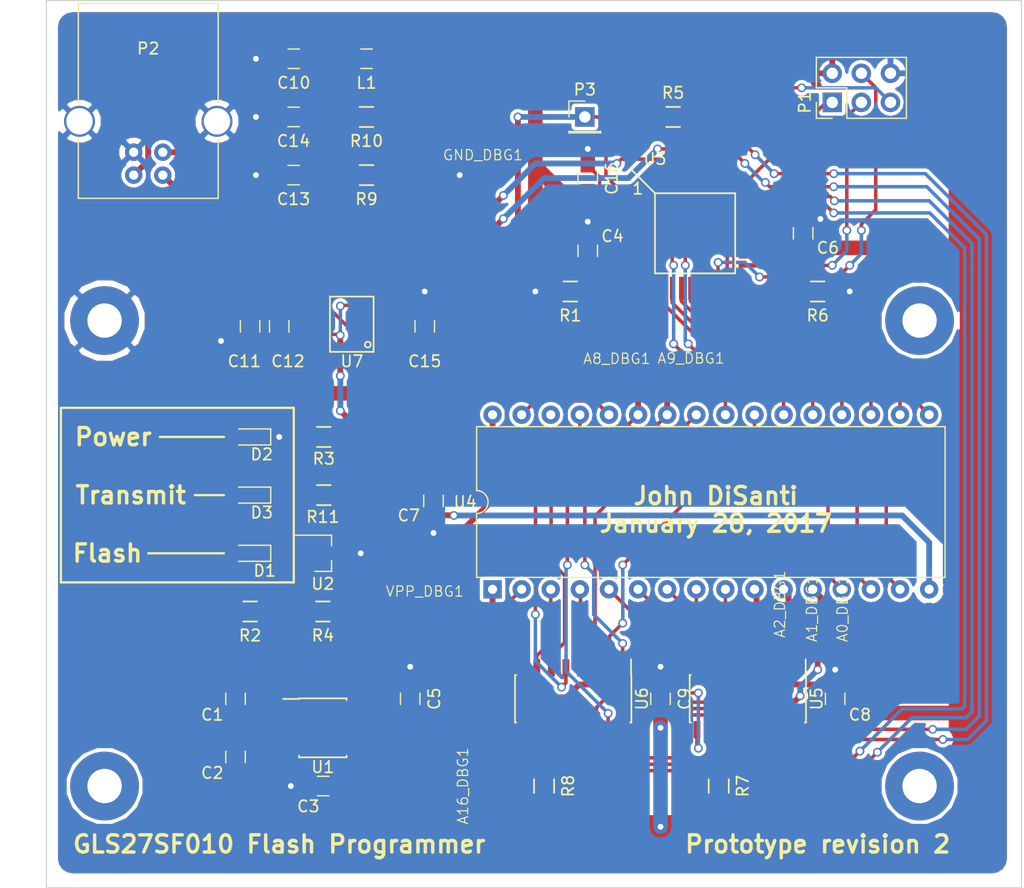
<source format=kicad_pcb>
(kicad_pcb (version 4) (host pcbnew 4.0.5-e0-6337~49~ubuntu16.04.1)
  (layers (0 F.Cu signal) (31 B.Cu signal) (34 B.Paste user) (35 F.Paste user) (36 B.SilkS user) (37 F.SilkS user) (38 B.Mask user) (39 F.Mask user) (44 Edge.Cuts user))
  (net 0 "")
  (net 1 /A0)
  (net 2 /A1)
  (net 3 /A2)
  (net 4 /A8)
  (net 5 /A9)
  (net 6 /A16)
  (net 7 "Net-(C1-Pad1)")
  (net 8 "Net-(C1-Pad2)")
  (net 9 "Net-(C2-Pad1)")
  (net 10 "Net-(C2-Pad2)")
  (net 11 GND)
  (net 12 VCC)
  (net 13 /VPP)
  (net 14 "Net-(C10-Pad1)")
  (net 15 "/Flash Programmer FTDI Circuit/USBDM")
  (net 16 "/Flash Programmer FTDI Circuit/USBDP")
  (net 17 "/Flash Programmer FTDI Circuit/VCCIO")
  (net 18 "Net-(D1-Pad2)")
  (net 19 "Net-(D1-Pad1)")
  (net 20 "Net-(D2-Pad2)")
  (net 21 "Net-(D3-Pad1)")
  (net 22 /D7)
  (net 23 /ISP_SCK)
  (net 24 /D6)
  (net 25 /ISP_RST#)
  (net 26 /STU)
  (net 27 "Net-(R1-Pad1)")
  (net 28 "Net-(R4-Pad2)")
  (net 29 "Net-(R6-Pad2)")
  (net 30 "Net-(R7-Pad1)")
  (net 31 "Net-(R8-Pad1)")
  (net 32 "Net-(R9-Pad1)")
  (net 33 "Net-(R10-Pad1)")
  (net 34 "Net-(R11-Pad2)")
  (net 35 "Net-(U3-Pad20)")
  (net 36 /RCK)
  (net 37 /SCK)
  (net 38 /D0)
  (net 39 /D1)
  (net 40 /D2)
  (net 41 /D3)
  (net 42 /D4)
  (net 43 /D5)
  (net 44 /SER)
  (net 45 /AOE)
  (net 46 /CE#)
  (net 47 /OE#)
  (net 48 /RXD)
  (net 49 /TXD)
  (net 50 /PGM#)
  (net 51 /A15)
  (net 52 /A12)
  (net 53 /A7)
  (net 54 /A6)
  (net 55 /A5)
  (net 56 /A10)
  (net 57 /A4)
  (net 58 /A3)
  (net 59 /A11)
  (net 60 /A13)
  (net 61 /A14)
  (net 62 "Net-(U4-Pad30)")
  (net 63 "Net-(U5-Pad9)")
  (net 64 "Net-(U7-Pad16)")
  (net 65 "Net-(U7-Pad15)")
  (net 66 "Net-(U7-Pad6)")
  (net 67 "Net-(U7-Pad2)")
  (module Mounting_Holes:MountingHole_3mm_Pad (layer F.Cu) (at 177.8 104.14)
    (fp_text reference REF** hide)
    (fp_text value MountingHole_3mm_Pad)
    (pad 4 thru_hole circle (at 0 0) (size 6 6) (drill 3) (layers *.Cu *.Mask))
  )
  (module Mounting_Holes:MountingHole_3mm_Pad (layer F.Cu) (at 177.8 144.78)
    (fp_text reference REF** hide)
    (fp_text value MountingHole_3mm_Pad)
    (pad 3 thru_hole circle (at 0 0) (size 6 6) (drill 3) (layers *.Cu *.Mask))
  )
  (module Mounting_Holes:MountingHole_3mm_Pad (layer F.Cu) (at 106.68 144.78)
    (fp_text reference REF** hide)
    (fp_text value MountingHole_3mm_Pad)
    (pad 2 thru_hole circle (at 0 0) (size 6 6) (drill 3) (layers *.Cu *.Mask))
  )
  (module DBG_PAD:DBG_PAD (layer F.Cu) (at 169.164 130.302)
    (fp_text reference A0_DBG1 (at 1.905 -1.016 90) (layer F.SilkS) (effects (font (size 0.9 0.9) (thickness 0.1))))
    (fp_text value debug_pad hide)
    (pad 1 smd rect (at 0 0) (size 2 2) (layers F.Cu F.Paste F.Mask) (net 1 /A0))
  )
  (module DBG_PAD:DBG_PAD (layer F.Cu) (at 166.37 130.302)
    (fp_text reference A1_DBG1 (at 2.032 -1.016 90) (layer F.SilkS) (effects (font (size 0.9 0.9) (thickness 0.1))))
    (fp_text value debug_pad hide)
    (pad 1 smd rect (at 0 0) (size 2 2) (layers F.Cu F.Paste F.Mask) (net 2 /A1))
  )
  (module DBG_PAD:DBG_PAD (layer F.Cu) (at 163.576 130.302)
    (fp_text reference A2_DBG1 (at 2.032 -1.397 90) (layer F.SilkS) (effects (font (size 0.9 0.9) (thickness 0.1))))
    (fp_text value debug_pad hide)
    (pad 1 smd rect (at 0 0) (size 2 2) (layers F.Cu F.Paste F.Mask) (net 3 /A2))
  )
  (module DBG_PAD:DBG_PAD (layer F.Cu) (at 152.908 109.22)
    (fp_text reference A8_DBG1 (at -1.524 -1.75) (layer F.SilkS) (effects (font (size 0.9 0.9) (thickness 0.1))))
    (fp_text value debug_pad hide)
    (pad 1 smd rect (at 0 0) (size 2 2) (layers F.Cu F.Paste F.Mask) (net 4 /A8))
  )
  (module DBG_PAD:DBG_PAD (layer F.Cu) (at 155.956 109.22)
    (fp_text reference A9_DBG1 (at 1.905 -1.778) (layer F.SilkS) (effects (font (size 0.9 0.9) (thickness 0.1))))
    (fp_text value debug_pad hide)
    (pad 1 smd rect (at 0 0) (size 2 2) (layers F.Cu F.Paste F.Mask) (net 5 /A9))
  )
  (module DBG_PAD:DBG_PAD (layer F.Cu) (at 139.7 144.78 90)
    (fp_text reference A16_DBG1 (at 0 -1.75 90) (layer F.SilkS) (effects (font (size 0.9 0.9) (thickness 0.1))))
    (fp_text value debug_pad hide)
    (pad 1 smd rect (at 0 0 90) (size 2 2) (layers F.Cu F.Paste F.Mask) (net 6 /A16))
  )
  (module Capacitors_SMD:C_0805_HandSoldering (layer F.Cu) (at 118.11 137.16 270)
    (fp_text reference C1 (at 1.397 2.032 360) (layer F.SilkS))
    (fp_text value 22nF)
    (pad 1 smd rect (at -1.25 0 270) (size 1.5 1.25) (layers F.Cu F.Paste F.Mask) (net 7 "Net-(C1-Pad1)"))
    (pad 2 smd rect (at 1.25 0 270) (size 1.5 1.25) (layers F.Cu F.Paste F.Mask) (net 8 "Net-(C1-Pad2)"))
  )
  (module Capacitors_SMD:C_0805_HandSoldering (layer F.Cu) (at 118.11 142.24 90)
    (fp_text reference C2 (at -1.397 -2.032 180) (layer F.SilkS))
    (fp_text value 22nF)
    (pad 1 smd rect (at -1.25 0 90) (size 1.5 1.25) (layers F.Cu F.Paste F.Mask) (net 9 "Net-(C2-Pad1)"))
    (pad 2 smd rect (at 1.25 0 90) (size 1.5 1.25) (layers F.Cu F.Paste F.Mask) (net 10 "Net-(C2-Pad2)"))
  )
  (module Capacitors_SMD:C_0805_HandSoldering (layer F.Cu) (at 125.75 144.78)
    (fp_text reference C3 (at -1.29 1.778) (layer F.SilkS))
    (fp_text value 4.7uF)
    (pad 1 smd rect (at -1.25 0) (size 1.5 1.25) (layers F.Cu F.Paste F.Mask) (net 11 GND))
    (pad 2 smd rect (at 1.25 0) (size 1.5 1.25) (layers F.Cu F.Paste F.Mask) (net 12 VCC))
  )
  (module Capacitors_SMD:C_0805_HandSoldering (layer F.Cu) (at 148.844 98.044 270)
    (fp_text reference C4 (at -1.27 -2.159 360) (layer F.SilkS))
    (fp_text value 120nF)
    (pad 1 smd rect (at -1.25 0 270) (size 1.5 1.25) (layers F.Cu F.Paste F.Mask) (net 11 GND))
    (pad 2 smd rect (at 1.25 0 270) (size 1.5 1.25) (layers F.Cu F.Paste F.Mask) (net 12 VCC))
  )
  (module Capacitors_SMD:C_0805_HandSoldering (layer F.Cu) (at 133.35 137.16 270)
    (fp_text reference C5 (at 0 -2.1 270) (layer F.SilkS))
    (fp_text value 4.7uF)
    (pad 1 smd rect (at -1.25 0 270) (size 1.5 1.25) (layers F.Cu F.Paste F.Mask) (net 11 GND))
    (pad 2 smd rect (at 1.25 0 270) (size 1.5 1.25) (layers F.Cu F.Paste F.Mask) (net 13 /VPP))
  )
  (module Capacitors_SMD:C_0805_HandSoldering (layer F.Cu) (at 167.64 96.52 270)
    (fp_text reference C6 (at 1.27 -2.159 360) (layer F.SilkS))
    (fp_text value 120nF)
    (pad 1 smd rect (at -1.25 0 270) (size 1.5 1.25) (layers F.Cu F.Paste F.Mask) (net 11 GND))
    (pad 2 smd rect (at 1.25 0 270) (size 1.5 1.25) (layers F.Cu F.Paste F.Mask) (net 12 VCC))
  )
  (module Capacitors_SMD:C_0805_HandSoldering (layer F.Cu) (at 135.382 119.888 90)
    (fp_text reference C7 (at -1.27 -2.159 180) (layer F.SilkS))
    (fp_text value 120nF)
    (pad 1 smd rect (at -1.25 0 90) (size 1.5 1.25) (layers F.Cu F.Paste F.Mask) (net 11 GND))
    (pad 2 smd rect (at 1.25 0 90) (size 1.5 1.25) (layers F.Cu F.Paste F.Mask) (net 12 VCC))
  )
  (module Capacitors_SMD:C_0805_HandSoldering (layer F.Cu) (at 170.434 137.16 270)
    (fp_text reference C8 (at 1.397 -2.159 360) (layer F.SilkS))
    (fp_text value 120nF)
    (pad 1 smd rect (at -1.25 0 270) (size 1.5 1.25) (layers F.Cu F.Paste F.Mask) (net 11 GND))
    (pad 2 smd rect (at 1.25 0 270) (size 1.5 1.25) (layers F.Cu F.Paste F.Mask) (net 12 VCC))
  )
  (module Capacitors_SMD:C_0805_HandSoldering (layer F.Cu) (at 155.194 137.1654 270)
    (fp_text reference C9 (at 0 -2.1 270) (layer F.SilkS))
    (fp_text value 120nF)
    (pad 1 smd rect (at -1.25 0 270) (size 1.5 1.25) (layers F.Cu F.Paste F.Mask) (net 11 GND))
    (pad 2 smd rect (at 1.25 0 270) (size 1.5 1.25) (layers F.Cu F.Paste F.Mask) (net 12 VCC))
  )
  (module Capacitors_SMD:C_0805_HandSoldering (layer F.Cu) (at 123.19 81.28 180)
    (fp_text reference C10 (at 0 -2.1 180) (layer F.SilkS))
    (fp_text value 10nF)
    (pad 1 smd rect (at -1.25 0 180) (size 1.5 1.25) (layers F.Cu F.Paste F.Mask) (net 14 "Net-(C10-Pad1)"))
    (pad 2 smd rect (at 1.25 0 180) (size 1.5 1.25) (layers F.Cu F.Paste F.Mask) (net 11 GND))
  )
  (module Capacitors_SMD:C_0805_HandSoldering (layer F.Cu) (at 119.38 104.648 270)
    (fp_text reference C11 (at 3.048 0.508 360) (layer F.SilkS))
    (fp_text value 4.7uF)
    (pad 1 smd rect (at -1.25 0 270) (size 1.5 1.25) (layers F.Cu F.Paste F.Mask) (net 12 VCC))
    (pad 2 smd rect (at 1.25 0 270) (size 1.5 1.25) (layers F.Cu F.Paste F.Mask) (net 11 GND))
  )
  (module Capacitors_SMD:C_0805_HandSoldering (layer F.Cu) (at 121.92 104.648 270)
    (fp_text reference C12 (at 3.048 -0.762 360) (layer F.SilkS))
    (fp_text value 120nF)
    (pad 1 smd rect (at -1.25 0 270) (size 1.5 1.25) (layers F.Cu F.Paste F.Mask) (net 12 VCC))
    (pad 2 smd rect (at 1.25 0 270) (size 1.5 1.25) (layers F.Cu F.Paste F.Mask) (net 11 GND))
  )
  (module Capacitors_SMD:C_0805_HandSoldering (layer F.Cu) (at 123.17 91.44 180)
    (fp_text reference C13 (at 0 -2.1 180) (layer F.SilkS))
    (fp_text value 47pF)
    (pad 1 smd rect (at -1.25 0 180) (size 1.5 1.25) (layers F.Cu F.Paste F.Mask) (net 15 "/Flash Programmer FTDI Circuit/USBDM"))
    (pad 2 smd rect (at 1.25 0 180) (size 1.5 1.25) (layers F.Cu F.Paste F.Mask) (net 11 GND))
  )
  (module Capacitors_SMD:C_0805_HandSoldering (layer F.Cu) (at 123.17 86.36 180)
    (fp_text reference C14 (at 0 -2.1 180) (layer F.SilkS))
    (fp_text value 47pF)
    (pad 1 smd rect (at -1.25 0 180) (size 1.5 1.25) (layers F.Cu F.Paste F.Mask) (net 16 "/Flash Programmer FTDI Circuit/USBDP"))
    (pad 2 smd rect (at 1.25 0 180) (size 1.5 1.25) (layers F.Cu F.Paste F.Mask) (net 11 GND))
  )
  (module Capacitors_SMD:C_0805_HandSoldering (layer F.Cu) (at 134.62 104.648 270)
    (fp_text reference C15 (at 3.048 0 360) (layer F.SilkS))
    (fp_text value 120nF)
    (pad 1 smd rect (at -1.25 0 270) (size 1.5 1.25) (layers F.Cu F.Paste F.Mask) (net 11 GND))
    (pad 2 smd rect (at 1.25 0 270) (size 1.5 1.25) (layers F.Cu F.Paste F.Mask) (net 17 "/Flash Programmer FTDI Circuit/VCCIO"))
  )
  (module LEDs:LED_0805 (layer F.Cu) (at 119.38 124.46 180)
    (fp_text reference D1 (at -1.27 -1.524 180) (layer F.SilkS))
    (fp_text value LED)
    (pad 2 smd rect (at 1.1 0) (size 1.2 1.2) (layers F.Cu F.Paste F.Mask) (net 18 "Net-(D1-Pad2)"))
    (pad 1 smd rect (at -1.1 0) (size 1.2 1.2) (layers F.Cu F.Paste F.Mask) (net 19 "Net-(D1-Pad1)"))
  )
  (module LEDs:LED_0805 (layer F.Cu) (at 119.38 114.3 180)
    (fp_text reference D2 (at -1.016 -1.524 180) (layer F.SilkS))
    (fp_text value LED)
    (pad 2 smd rect (at 1.1 0) (size 1.2 1.2) (layers F.Cu F.Paste F.Mask) (net 20 "Net-(D2-Pad2)"))
    (pad 1 smd rect (at -1.1 0) (size 1.2 1.2) (layers F.Cu F.Paste F.Mask) (net 11 GND))
  )
  (module LEDs:LED_0805 (layer F.Cu) (at 119.38 119.38 180)
    (fp_text reference D3 (at -1.016 -1.524 180) (layer F.SilkS))
    (fp_text value LED)
    (pad 2 smd rect (at 1.1 0) (size 1.2 1.2) (layers F.Cu F.Paste F.Mask) (net 12 VCC))
    (pad 1 smd rect (at -1.1 0) (size 1.2 1.2) (layers F.Cu F.Paste F.Mask) (net 21 "Net-(D3-Pad1)"))
  )
  (module DBG_PAD:DBG_PAD (layer F.Cu) (at 139.7 91.44)
    (fp_text reference GND_DBG1 (at 0 -1.75) (layer F.SilkS) (effects (font (size 0.9 0.9) (thickness 0.1))))
    (fp_text value debug_pad hide)
    (pad 1 smd rect (at 0 0) (size 2 2) (layers F.Cu F.Paste F.Mask) (net 11 GND))
  )
  (module Capacitors_SMD:C_0805_HandSoldering (layer F.Cu) (at 129.54 81.28 180)
    (fp_text reference L1 (at 0 -2.1 180) (layer F.SilkS))
    (fp_text value Ferrite_Bead)
    (pad 1 smd rect (at -1.25 0 180) (size 1.5 1.25) (layers F.Cu F.Paste F.Mask) (net 12 VCC))
    (pad 2 smd rect (at 1.25 0 180) (size 1.5 1.25) (layers F.Cu F.Paste F.Mask) (net 14 "Net-(C10-Pad1)"))
  )
  (module Pin_Headers:Pin_Header_Straight_2x03_Pitch2.54mm (layer F.Cu) (at 170.18 85.09 90)
    (fp_text reference P1 (at 0 -2.39 90) (layer F.SilkS))
    (fp_text value ISP)
    (pad 1 thru_hole rect (at 0 0 90) (size 1.7 1.7) (drill 1) (layers *.Cu *.Mask) (net 41 /D3))
    (pad 2 thru_hole oval (at 2.54 0 90) (size 1.7 1.7) (drill 1) (layers *.Cu *.Mask) (net 12 VCC))
    (pad 3 thru_hole oval (at 0 2.54 90) (size 1.7 1.7) (drill 1) (layers *.Cu *.Mask) (net 23 /ISP_SCK))
    (pad 4 thru_hole oval (at 2.54 2.54 90) (size 1.7 1.7) (drill 1) (layers *.Cu *.Mask) (net 42 /D4))
    (pad 5 thru_hole oval (at 0 5.08 90) (size 1.7 1.7) (drill 1) (layers *.Cu *.Mask) (net 25 /ISP_RST#))
    (pad 6 thru_hole oval (at 2.54 5.08 90) (size 1.7 1.7) (drill 1) (layers *.Cu *.Mask) (net 11 GND))
  )
  (module Connect:USB_B (layer F.Cu) (at 109.22 91.44 90)
    (fp_text reference P2 (at 11.05 1.27 180) (layer F.SilkS))
    (fp_text value USB_B)
    (pad 2 thru_hole circle (at 0 2.54) (size 1.52 1.52) (drill 0.81) (layers *.Cu *.Mask) (net 15 "/Flash Programmer FTDI Circuit/USBDM"))
    (pad 1 thru_hole circle (at 0 0) (size 1.52 1.52) (drill 0.81) (layers *.Cu *.Mask) (net 14 "Net-(C10-Pad1)"))
    (pad 4 thru_hole circle (at 2 0) (size 1.52 1.52) (drill 0.81) (layers *.Cu *.Mask) (net 11 GND))
    (pad 3 thru_hole circle (at 2 2.54) (size 1.52 1.52) (drill 0.81) (layers *.Cu *.Mask) (net 16 "/Flash Programmer FTDI Circuit/USBDP"))
    (pad 5 thru_hole circle (at 4.7 7.27) (size 2.7 2.7) (drill 2.3) (layers *.Cu *.Mask) (net 11 GND))
    (pad 5 thru_hole circle (at 4.7 -4.73) (size 2.7 2.7) (drill 2.3) (layers *.Cu *.Mask) (net 11 GND))
  )
  (module Pin_Headers:Pin_Header_Straight_1x01_Pitch2.54mm (layer F.Cu) (at 148.59 86.36)
    (fp_text reference P3 (at 0 -2.39) (layer F.SilkS))
    (fp_text value STU_DBG1)
    (pad 1 thru_hole rect (at 0 0) (size 1.7 1.7) (drill 1) (layers *.Cu *.Mask) (net 26 /STU))
  )
  (module Resistors_SMD:R_0805_HandSoldering (layer F.Cu) (at 147.32 101.6 180)
    (fp_text reference R1 (at 0 -2.1 180) (layer F.SilkS))
    (fp_text value 10k)
    (pad 1 smd rect (at -1.35 0 180) (size 1.5 1.3) (layers F.Cu F.Paste F.Mask) (net 27 "Net-(R1-Pad1)"))
    (pad 2 smd rect (at 1.35 0 180) (size 1.5 1.3) (layers F.Cu F.Paste F.Mask) (net 11 GND))
  )
  (module Resistors_SMD:R_0805_HandSoldering (layer F.Cu) (at 119.38 129.54 180)
    (fp_text reference R2 (at 0 -2.1 180) (layer F.SilkS))
    (fp_text value 150)
    (pad 1 smd rect (at -1.35 0 180) (size 1.5 1.3) (layers F.Cu F.Paste F.Mask) (net 18 "Net-(D1-Pad2)"))
    (pad 2 smd rect (at 1.35 0 180) (size 1.5 1.3) (layers F.Cu F.Paste F.Mask) (net 12 VCC))
  )
  (module Resistors_SMD:R_0805_HandSoldering (layer F.Cu) (at 125.81 114.3 180)
    (fp_text reference R3 (at 0 -1.905 180) (layer F.SilkS))
    (fp_text value 150)
    (pad 1 smd rect (at -1.35 0 180) (size 1.5 1.3) (layers F.Cu F.Paste F.Mask) (net 20 "Net-(D2-Pad2)"))
    (pad 2 smd rect (at 1.35 0 180) (size 1.5 1.3) (layers F.Cu F.Paste F.Mask) (net 12 VCC))
  )
  (module Resistors_SMD:R_0805_HandSoldering (layer F.Cu) (at 125.73 129.54 180)
    (fp_text reference R4 (at 0 -2.1 180) (layer F.SilkS))
    (fp_text value 10k)
    (pad 1 smd rect (at -1.35 0 180) (size 1.5 1.3) (layers F.Cu F.Paste F.Mask) (net 26 /STU))
    (pad 2 smd rect (at 1.35 0 180) (size 1.5 1.3) (layers F.Cu F.Paste F.Mask) (net 28 "Net-(R4-Pad2)"))
  )
  (module Resistors_SMD:R_0805_HandSoldering (layer F.Cu) (at 156.29 86.36)
    (fp_text reference R5 (at 0 -2.1) (layer F.SilkS))
    (fp_text value 10k)
    (pad 1 smd rect (at -1.35 0) (size 1.5 1.3) (layers F.Cu F.Paste F.Mask) (net 12 VCC))
    (pad 2 smd rect (at 1.35 0) (size 1.5 1.3) (layers F.Cu F.Paste F.Mask) (net 25 /ISP_RST#))
  )
  (module Resistors_SMD:R_0805_HandSoldering (layer F.Cu) (at 168.91 101.6 180)
    (fp_text reference R6 (at 0 -2.1 180) (layer F.SilkS))
    (fp_text value 10k)
    (pad 1 smd rect (at -1.35 0 180) (size 1.5 1.3) (layers F.Cu F.Paste F.Mask) (net 11 GND))
    (pad 2 smd rect (at 1.35 0 180) (size 1.5 1.3) (layers F.Cu F.Paste F.Mask) (net 29 "Net-(R6-Pad2)"))
  )
  (module Resistors_SMD:R_0805_HandSoldering (layer F.Cu) (at 160.274 144.78 270)
    (fp_text reference R7 (at 0 -2.1 270) (layer F.SilkS))
    (fp_text value 10k)
    (pad 1 smd rect (at -1.35 0 270) (size 1.5 1.3) (layers F.Cu F.Paste F.Mask) (net 30 "Net-(R7-Pad1)"))
    (pad 2 smd rect (at 1.35 0 270) (size 1.5 1.3) (layers F.Cu F.Paste F.Mask) (net 12 VCC))
  )
  (module Resistors_SMD:R_0805_HandSoldering (layer F.Cu) (at 145.034 144.78 270)
    (fp_text reference R8 (at 0 -2.1 270) (layer F.SilkS))
    (fp_text value 10k)
    (pad 1 smd rect (at -1.35 0 270) (size 1.5 1.3) (layers F.Cu F.Paste F.Mask) (net 31 "Net-(R8-Pad1)"))
    (pad 2 smd rect (at 1.35 0 270) (size 1.5 1.3) (layers F.Cu F.Paste F.Mask) (net 12 VCC))
  )
  (module Resistors_SMD:R_0805_HandSoldering (layer F.Cu) (at 129.54 91.44 180)
    (fp_text reference R9 (at 0 -2.1 180) (layer F.SilkS))
    (fp_text value 27)
    (pad 1 smd rect (at -1.35 0 180) (size 1.5 1.3) (layers F.Cu F.Paste F.Mask) (net 32 "Net-(R9-Pad1)"))
    (pad 2 smd rect (at 1.35 0 180) (size 1.5 1.3) (layers F.Cu F.Paste F.Mask) (net 15 "/Flash Programmer FTDI Circuit/USBDM"))
  )
  (module Resistors_SMD:R_0805_HandSoldering (layer F.Cu) (at 129.5362 86.36 180)
    (fp_text reference R10 (at 0 -2.1 180) (layer F.SilkS))
    (fp_text value 27)
    (pad 1 smd rect (at -1.35 0 180) (size 1.5 1.3) (layers F.Cu F.Paste F.Mask) (net 33 "Net-(R10-Pad1)"))
    (pad 2 smd rect (at 1.35 0 180) (size 1.5 1.3) (layers F.Cu F.Paste F.Mask) (net 16 "/Flash Programmer FTDI Circuit/USBDP"))
  )
  (module Resistors_SMD:R_0805_HandSoldering (layer F.Cu) (at 125.81 119.38)
    (fp_text reference R11 (at -0.08 1.905) (layer F.SilkS))
    (fp_text value 150)
    (pad 1 smd rect (at -1.35 0) (size 1.5 1.3) (layers F.Cu F.Paste F.Mask) (net 21 "Net-(D3-Pad1)"))
    (pad 2 smd rect (at 1.35 0) (size 1.5 1.3) (layers F.Cu F.Paste F.Mask) (net 34 "Net-(R11-Pad2)"))
  )
  (module Housings_SOIC:SOIC-8_3.9x4.9mm_Pitch1.27mm (layer F.Cu) (at 125.73 139.7)
    (fp_text reference U1 (at 0 3.429) (layer F.SilkS))
    (fp_text value MAX662A)
    (pad 1 smd rect (at -2.7 -1.905) (size 1.55 0.6) (layers F.Cu F.Paste F.Mask) (net 7 "Net-(C1-Pad1)"))
    (pad 2 smd rect (at -2.7 -0.635) (size 1.55 0.6) (layers F.Cu F.Paste F.Mask) (net 8 "Net-(C1-Pad2)"))
    (pad 3 smd rect (at -2.7 0.635) (size 1.55 0.6) (layers F.Cu F.Paste F.Mask) (net 10 "Net-(C2-Pad2)"))
    (pad 4 smd rect (at -2.7 1.905) (size 1.55 0.6) (layers F.Cu F.Paste F.Mask) (net 9 "Net-(C2-Pad1)"))
    (pad 5 smd rect (at 2.7 1.905) (size 1.55 0.6) (layers F.Cu F.Paste F.Mask) (net 12 VCC))
    (pad 6 smd rect (at 2.7 0.635) (size 1.55 0.6) (layers F.Cu F.Paste F.Mask) (net 13 /VPP))
    (pad 7 smd rect (at 2.7 -0.635) (size 1.55 0.6) (layers F.Cu F.Paste F.Mask) (net 11 GND))
    (pad 8 smd rect (at 2.7 -1.905) (size 1.55 0.6) (layers F.Cu F.Paste F.Mask) (net 26 /STU))
  )
  (module TO_SOT_Packages_SMD:SOT-23_Handsoldering (layer F.Cu) (at 125.73 124.46)
    (fp_text reference U2 (at 0 2.667) (layer F.SilkS))
    (fp_text value 2N3906)
    (pad 1 smd rect (at -1.5 -0.95) (size 1.9 0.8) (layers F.Cu F.Paste F.Mask) (net 19 "Net-(D1-Pad1)"))
    (pad 2 smd rect (at -1.5 0.95) (size 1.9 0.8) (layers F.Cu F.Paste F.Mask) (net 28 "Net-(R4-Pad2)"))
    (pad 3 smd rect (at 1.5 0) (size 1.9 0.8) (layers F.Cu F.Paste F.Mask) (net 11 GND))
  )
  (module TQFP_32_7mm_0.8mm_pitch:TQFP-32 (layer F.Cu) (at 158.21 96.52)
    (fp_text reference U3 (at -3.5 -6.5) (layer F.SilkS))
    (fp_text value ATMEGA328P_TQFN)
    (fp_text user 1 (at -5 -3.9) (layer F.SilkS))
    (pad 1 smd rect (at -4.8 -2.8) (size 2 0.4) (layers F.Cu F.Paste F.Mask) (net 26 /STU))
    (pad 2 smd rect (at -4.8 -2) (size 2 0.4) (layers F.Cu F.Paste F.Mask) (net 27 "Net-(R1-Pad1)"))
    (pad 4 smd rect (at -4.8 -0.4) (size 2 0.4) (layers F.Cu F.Paste F.Mask) (net 12 VCC))
    (pad 3 smd rect (at -4.8 -1.2) (size 2 0.4) (layers F.Cu F.Paste F.Mask) (net 11 GND))
    (pad 7 smd rect (at -4.8 2) (size 2 0.4) (layers F.Cu F.Paste F.Mask) (net 27 "Net-(R1-Pad1)"))
    (pad 8 smd rect (at -4.8 2.8) (size 2 0.4) (layers F.Cu F.Paste F.Mask) (net 27 "Net-(R1-Pad1)"))
    (pad 6 smd rect (at -4.8 1.2) (size 2 0.4) (layers F.Cu F.Paste F.Mask) (net 12 VCC))
    (pad 5 smd rect (at -4.8 0.4) (size 2 0.4) (layers F.Cu F.Paste F.Mask) (net 11 GND))
    (pad 20 smd rect (at 4.8 0.4) (size 2 0.4) (layers F.Cu F.Paste F.Mask) (net 35 "Net-(U3-Pad20)"))
    (pad 19 smd rect (at 4.8 1.2) (size 2 0.4) (layers F.Cu F.Paste F.Mask) (net 29 "Net-(R6-Pad2)"))
    (pad 17 smd rect (at 4.8 2.8) (size 2 0.4) (layers F.Cu F.Paste F.Mask) (net 23 /ISP_SCK))
    (pad 18 smd rect (at 4.8 2) (size 2 0.4) (layers F.Cu F.Paste F.Mask) (net 12 VCC))
    (pad 22 smd rect (at 4.8 -1.2) (size 2 0.4) (layers F.Cu F.Paste F.Mask) (net 29 "Net-(R6-Pad2)"))
    (pad 21 smd rect (at 4.8 -0.4) (size 2 0.4) (layers F.Cu F.Paste F.Mask) (net 11 GND))
    (pad 23 smd rect (at 4.8 -2) (size 2 0.4) (layers F.Cu F.Paste F.Mask) (net 36 /RCK))
    (pad 24 smd rect (at 4.8 -2.8) (size 2 0.4) (layers F.Cu F.Paste F.Mask) (net 37 /SCK))
    (pad 9 smd rect (at -2.8 4.8) (size 0.4 2) (layers F.Cu F.Paste F.Mask) (net 22 /D7))
    (pad 10 smd rect (at -2 4.8) (size 0.4 2) (layers F.Cu F.Paste F.Mask) (net 38 /D0))
    (pad 11 smd rect (at -1.2 4.8) (size 0.4 2) (layers F.Cu F.Paste F.Mask) (net 24 /D6))
    (pad 12 smd rect (at -0.4 4.8) (size 0.4 2) (layers F.Cu F.Paste F.Mask) (net 39 /D1))
    (pad 13 smd rect (at 0.4 4.8) (size 0.4 2) (layers F.Cu F.Paste F.Mask) (net 43 /D5))
    (pad 14 smd rect (at 1.2 4.8) (size 0.4 2) (layers F.Cu F.Paste F.Mask) (net 40 /D2))
    (pad 15 smd rect (at 2 4.8) (size 0.4 2) (layers F.Cu F.Paste F.Mask) (net 42 /D4))
    (pad 16 smd rect (at 2.8 4.8) (size 0.4 2) (layers F.Cu F.Paste F.Mask) (net 41 /D3))
    (pad 25 smd rect (at 2.8 -4.8) (size 0.4 2) (layers F.Cu F.Paste F.Mask) (net 44 /SER))
    (pad 26 smd rect (at 2 -4.8) (size 0.4 2) (layers F.Cu F.Paste F.Mask) (net 45 /AOE))
    (pad 27 smd rect (at 1.2 -4.8) (size 0.4 2) (layers F.Cu F.Paste F.Mask) (net 46 /CE#))
    (pad 28 smd rect (at 0.4 -4.8) (size 0.4 2) (layers F.Cu F.Paste F.Mask) (net 47 /OE#))
    (pad 29 smd rect (at -0.4 -4.8) (size 0.4 2) (layers F.Cu F.Paste F.Mask) (net 25 /ISP_RST#))
    (pad 30 smd rect (at -1.2 -4.8) (size 0.4 2) (layers F.Cu F.Paste F.Mask) (net 48 /RXD))
    (pad 31 smd rect (at -2 -4.8) (size 0.4 2) (layers F.Cu F.Paste F.Mask) (net 49 /TXD))
    (pad 32 smd rect (at -2.8 -4.8) (size 0.4 2) (layers F.Cu F.Paste F.Mask) (net 50 /PGM#))
  )
  (module Housings_DIP:DIP-32_W15.24mm (layer F.Cu) (at 140.535831 127.603503 90)
    (fp_text reference U4 (at 7.62 -2.39 180) (layer F.SilkS))
    (fp_text value GLS27SF010)
    (pad 1 thru_hole rect (at 0 0 90) (size 1.6 1.6) (drill 0.8) (layers *.Cu *.Mask) (net 13 /VPP))
    (pad 17 thru_hole oval (at 15.24 38.1 90) (size 1.6 1.6) (drill 0.8) (layers *.Cu *.Mask) (net 41 /D3))
    (pad 2 thru_hole oval (at 0 2.54 90) (size 1.6 1.6) (drill 0.8) (layers *.Cu *.Mask) (net 6 /A16))
    (pad 18 thru_hole oval (at 15.24 35.56 90) (size 1.6 1.6) (drill 0.8) (layers *.Cu *.Mask) (net 42 /D4))
    (pad 3 thru_hole oval (at 0 5.08 90) (size 1.6 1.6) (drill 0.8) (layers *.Cu *.Mask) (net 51 /A15))
    (pad 19 thru_hole oval (at 15.24 33.02 90) (size 1.6 1.6) (drill 0.8) (layers *.Cu *.Mask) (net 43 /D5))
    (pad 4 thru_hole oval (at 0 7.62 90) (size 1.6 1.6) (drill 0.8) (layers *.Cu *.Mask) (net 52 /A12))
    (pad 20 thru_hole oval (at 15.24 30.48 90) (size 1.6 1.6) (drill 0.8) (layers *.Cu *.Mask) (net 24 /D6))
    (pad 5 thru_hole oval (at 0 10.16 90) (size 1.6 1.6) (drill 0.8) (layers *.Cu *.Mask) (net 53 /A7))
    (pad 21 thru_hole oval (at 15.24 27.94 90) (size 1.6 1.6) (drill 0.8) (layers *.Cu *.Mask) (net 22 /D7))
    (pad 6 thru_hole oval (at 0 12.7 90) (size 1.6 1.6) (drill 0.8) (layers *.Cu *.Mask) (net 54 /A6))
    (pad 22 thru_hole oval (at 15.24 25.4 90) (size 1.6 1.6) (drill 0.8) (layers *.Cu *.Mask) (net 46 /CE#))
    (pad 7 thru_hole oval (at 0 15.24 90) (size 1.6 1.6) (drill 0.8) (layers *.Cu *.Mask) (net 55 /A5))
    (pad 23 thru_hole oval (at 15.24 22.86 90) (size 1.6 1.6) (drill 0.8) (layers *.Cu *.Mask) (net 56 /A10))
    (pad 8 thru_hole oval (at 0 17.78 90) (size 1.6 1.6) (drill 0.8) (layers *.Cu *.Mask) (net 57 /A4))
    (pad 24 thru_hole oval (at 15.24 20.32 90) (size 1.6 1.6) (drill 0.8) (layers *.Cu *.Mask) (net 47 /OE#))
    (pad 9 thru_hole oval (at 0 20.32 90) (size 1.6 1.6) (drill 0.8) (layers *.Cu *.Mask) (net 58 /A3))
    (pad 25 thru_hole oval (at 15.24 17.78 90) (size 1.6 1.6) (drill 0.8) (layers *.Cu *.Mask) (net 59 /A11))
    (pad 10 thru_hole oval (at 0 22.86 90) (size 1.6 1.6) (drill 0.8) (layers *.Cu *.Mask) (net 3 /A2))
    (pad 26 thru_hole oval (at 15.24 15.24 90) (size 1.6 1.6) (drill 0.8) (layers *.Cu *.Mask) (net 5 /A9))
    (pad 11 thru_hole oval (at 0 25.4 90) (size 1.6 1.6) (drill 0.8) (layers *.Cu *.Mask) (net 2 /A1))
    (pad 27 thru_hole oval (at 15.24 12.7 90) (size 1.6 1.6) (drill 0.8) (layers *.Cu *.Mask) (net 4 /A8))
    (pad 12 thru_hole oval (at 0 27.94 90) (size 1.6 1.6) (drill 0.8) (layers *.Cu *.Mask) (net 1 /A0))
    (pad 28 thru_hole oval (at 15.24 10.16 90) (size 1.6 1.6) (drill 0.8) (layers *.Cu *.Mask) (net 60 /A13))
    (pad 13 thru_hole oval (at 0 30.48 90) (size 1.6 1.6) (drill 0.8) (layers *.Cu *.Mask) (net 38 /D0))
    (pad 29 thru_hole oval (at 15.24 7.62 90) (size 1.6 1.6) (drill 0.8) (layers *.Cu *.Mask) (net 61 /A14))
    (pad 14 thru_hole oval (at 0 33.02 90) (size 1.6 1.6) (drill 0.8) (layers *.Cu *.Mask) (net 39 /D1))
    (pad 30 thru_hole oval (at 15.24 5.08 90) (size 1.6 1.6) (drill 0.8) (layers *.Cu *.Mask) (net 62 "Net-(U4-Pad30)"))
    (pad 15 thru_hole oval (at 0 35.56 90) (size 1.6 1.6) (drill 0.8) (layers *.Cu *.Mask) (net 40 /D2))
    (pad 31 thru_hole oval (at 15.24 2.54 90) (size 1.6 1.6) (drill 0.8) (layers *.Cu *.Mask) (net 50 /PGM#))
    (pad 16 thru_hole oval (at 0 38.1 90) (size 1.6 1.6) (drill 0.8) (layers *.Cu *.Mask) (net 11 GND))
    (pad 32 thru_hole oval (at 15.24 0 90) (size 1.6 1.6) (drill 0.8) (layers *.Cu *.Mask) (net 12 VCC))
  )
  (module Housings_SOIC:SOIC-16_3.9x9.9mm_Pitch1.27mm (layer F.Cu) (at 162.814 137.16 270)
    (fp_text reference U5 (at 0 -6 270) (layer F.SilkS))
    (fp_text value 74HC595)
    (pad 1 smd rect (at -2.7 -4.445 270) (size 1.5 0.6) (layers F.Cu F.Paste F.Mask) (net 2 /A1))
    (pad 2 smd rect (at -2.7 -3.175 270) (size 1.5 0.6) (layers F.Cu F.Paste F.Mask) (net 3 /A2))
    (pad 3 smd rect (at -2.7 -1.905 270) (size 1.5 0.6) (layers F.Cu F.Paste F.Mask) (net 58 /A3))
    (pad 4 smd rect (at -2.7 -0.635 270) (size 1.5 0.6) (layers F.Cu F.Paste F.Mask) (net 57 /A4))
    (pad 5 smd rect (at -2.7 0.635 270) (size 1.5 0.6) (layers F.Cu F.Paste F.Mask) (net 55 /A5))
    (pad 6 smd rect (at -2.7 1.905 270) (size 1.5 0.6) (layers F.Cu F.Paste F.Mask) (net 54 /A6))
    (pad 7 smd rect (at -2.7 3.175 270) (size 1.5 0.6) (layers F.Cu F.Paste F.Mask) (net 53 /A7))
    (pad 8 smd rect (at -2.7 4.445 270) (size 1.5 0.6) (layers F.Cu F.Paste F.Mask) (net 11 GND))
    (pad 9 smd rect (at 2.7 4.445 270) (size 1.5 0.6) (layers F.Cu F.Paste F.Mask) (net 63 "Net-(U5-Pad9)"))
    (pad 10 smd rect (at 2.7 3.175 270) (size 1.5 0.6) (layers F.Cu F.Paste F.Mask) (net 30 "Net-(R7-Pad1)"))
    (pad 11 smd rect (at 2.7 1.905 270) (size 1.5 0.6) (layers F.Cu F.Paste F.Mask) (net 37 /SCK))
    (pad 12 smd rect (at 2.7 0.635 270) (size 1.5 0.6) (layers F.Cu F.Paste F.Mask) (net 36 /RCK))
    (pad 13 smd rect (at 2.7 -0.635 270) (size 1.5 0.6) (layers F.Cu F.Paste F.Mask) (net 45 /AOE))
    (pad 14 smd rect (at 2.7 -1.905 270) (size 1.5 0.6) (layers F.Cu F.Paste F.Mask) (net 44 /SER))
    (pad 15 smd rect (at 2.7 -3.175 270) (size 1.5 0.6) (layers F.Cu F.Paste F.Mask) (net 1 /A0))
    (pad 16 smd rect (at 2.7 -4.445 270) (size 1.5 0.6) (layers F.Cu F.Paste F.Mask) (net 12 VCC))
  )
  (module Housings_SOIC:SOIC-16_3.9x9.9mm_Pitch1.27mm (layer F.Cu) (at 147.574 137.16 270)
    (fp_text reference U6 (at 0 -6 270) (layer F.SilkS))
    (fp_text value 74HC595)
    (pad 1 smd rect (at -2.7 -4.445 270) (size 1.5 0.6) (layers F.Cu F.Paste F.Mask) (net 5 /A9))
    (pad 2 smd rect (at -2.7 -3.175 270) (size 1.5 0.6) (layers F.Cu F.Paste F.Mask) (net 56 /A10))
    (pad 3 smd rect (at -2.7 -1.905 270) (size 1.5 0.6) (layers F.Cu F.Paste F.Mask) (net 59 /A11))
    (pad 4 smd rect (at -2.7 -0.635 270) (size 1.5 0.6) (layers F.Cu F.Paste F.Mask) (net 52 /A12))
    (pad 5 smd rect (at -2.7 0.635 270) (size 1.5 0.6) (layers F.Cu F.Paste F.Mask) (net 60 /A13))
    (pad 6 smd rect (at -2.7 1.905 270) (size 1.5 0.6) (layers F.Cu F.Paste F.Mask) (net 61 /A14))
    (pad 7 smd rect (at -2.7 3.175 270) (size 1.5 0.6) (layers F.Cu F.Paste F.Mask) (net 51 /A15))
    (pad 8 smd rect (at -2.7 4.445 270) (size 1.5 0.6) (layers F.Cu F.Paste F.Mask) (net 11 GND))
    (pad 9 smd rect (at 2.7 4.445 270) (size 1.5 0.6) (layers F.Cu F.Paste F.Mask) (net 6 /A16))
    (pad 10 smd rect (at 2.7 3.175 270) (size 1.5 0.6) (layers F.Cu F.Paste F.Mask) (net 31 "Net-(R8-Pad1)"))
    (pad 11 smd rect (at 2.7 1.905 270) (size 1.5 0.6) (layers F.Cu F.Paste F.Mask) (net 37 /SCK))
    (pad 12 smd rect (at 2.7 0.635 270) (size 1.5 0.6) (layers F.Cu F.Paste F.Mask) (net 36 /RCK))
    (pad 13 smd rect (at 2.7 -0.635 270) (size 1.5 0.6) (layers F.Cu F.Paste F.Mask) (net 45 /AOE))
    (pad 14 smd rect (at 2.7 -1.905 270) (size 1.5 0.6) (layers F.Cu F.Paste F.Mask) (net 63 "Net-(U5-Pad9)"))
    (pad 15 smd rect (at 2.7 -3.175 270) (size 1.5 0.6) (layers F.Cu F.Paste F.Mask) (net 4 /A8))
    (pad 16 smd rect (at 2.7 -4.445 270) (size 1.5 0.6) (layers F.Cu F.Paste F.Mask) (net 12 VCC))
  )
  (module ssop-16:SSOP-16 (layer F.Cu) (at 128.25128 102.045062 180)
    (fp_text reference U7 (at -0.01872 -5.650938 180) (layer F.SilkS))
    (fp_text value FT230X)
    (pad 16 smd rect (at 2.921 -4.572 180) (size 1.524 0.3048) (layers F.Cu F.Paste F.Mask) (net 64 "Net-(U7-Pad16)"))
    (pad 15 smd rect (at 2.921 -3.937 180) (size 1.524 0.3048) (layers F.Cu F.Paste F.Mask) (net 65 "Net-(U7-Pad15)"))
    (pad 14 smd rect (at 2.921 -3.302 180) (size 1.524 0.3048) (layers F.Cu F.Paste F.Mask) (net 34 "Net-(R11-Pad2)"))
    (pad 13 smd rect (at 2.921 -2.667 180) (size 1.524 0.3048) (layers F.Cu F.Paste F.Mask) (net 11 GND))
    (pad 12 smd rect (at 2.921 -2.032 180) (size 1.524 0.3048) (layers F.Cu F.Paste F.Mask) (net 12 VCC))
    (pad 11 smd rect (at 2.921 -1.397 180) (size 1.524 0.3048) (layers F.Cu F.Paste F.Mask) (net 17 "/Flash Programmer FTDI Circuit/VCCIO"))
    (pad 10 smd rect (at 2.921 -0.762 180) (size 1.524 0.3048) (layers F.Cu F.Paste F.Mask) (net 17 "/Flash Programmer FTDI Circuit/VCCIO"))
    (pad 9 smd rect (at 2.921 -0.127 180) (size 1.524 0.3048) (layers F.Cu F.Paste F.Mask) (net 32 "Net-(R9-Pad1)"))
    (pad 8 smd rect (at -2.921 -0.127 180) (size 1.524 0.3048) (layers F.Cu F.Paste F.Mask) (net 33 "Net-(R10-Pad1)"))
    (pad 7 smd rect (at -2.921 -0.762 180) (size 1.524 0.3048) (layers F.Cu F.Paste F.Mask) (net 34 "Net-(R11-Pad2)"))
    (pad 6 smd rect (at -2.921 -1.397 180) (size 1.524 0.3048) (layers F.Cu F.Paste F.Mask) (net 66 "Net-(U7-Pad6)"))
    (pad 5 smd rect (at -2.921 -2.032 180) (size 1.524 0.3048) (layers F.Cu F.Paste F.Mask) (net 11 GND))
    (pad 4 smd rect (at -2.921 -2.667 180) (size 1.524 0.3048) (layers F.Cu F.Paste F.Mask) (net 49 /TXD))
    (pad 3 smd rect (at -2.921 -3.302 180) (size 1.524 0.3048) (layers F.Cu F.Paste F.Mask) (net 17 "/Flash Programmer FTDI Circuit/VCCIO"))
    (pad 2 smd rect (at -2.921 -3.937 180) (size 1.524 0.3048) (layers F.Cu F.Paste F.Mask) (net 67 "Net-(U7-Pad2)"))
    (pad 1 smd rect (at -2.921 -4.572 180) (size 1.524 0.3048) (layers F.Cu F.Paste F.Mask) (net 48 /RXD))
  )
  (module DBG_PAD:DBG_PAD (layer F.Cu) (at 134.62 129.54)
    (fp_text reference VPP_DBG1 (at 0 -1.75) (layer F.SilkS) (effects (font (size 0.9 0.9) (thickness 0.1))))
    (fp_text value debug_pad hide)
    (pad 1 smd rect (at 0 0) (size 2 2) (layers F.Cu F.Paste F.Mask) (net 13 /VPP))
  )
  (module Capacitors_SMD:C_0805_HandSoldering (layer F.Cu) (at 148.844 91.714 270)
    (fp_text reference C16 (at 0 -2.1 270) (layer F.SilkS))
    (fp_text value 120nF)
    (pad 1 smd rect (at -1.25 0 270) (size 1.5 1.25) (layers F.Cu F.Paste F.Mask) (net 11 GND))
    (pad 2 smd rect (at 1.25 0 270) (size 1.5 1.25) (layers F.Cu F.Paste F.Mask) (net 12 VCC))
  )
  (module Mounting_Holes:MountingHole_3mm_Pad (layer F.Cu) (at 106.68 104.14)
    (fp_text reference REF** hide)
    (fp_text value MountingHole_3mm_Pad)
    (pad 1 thru_hole circle (at 0 0) (size 6 6) (drill 3) (layers *.Cu *.Mask) (net 11 GND))
  )
  (gr_line (start 101.6 153.67) (end 101.6 76.2) (layer Edge.Cuts) (width 0.1))
  (gr_line (start 186.69 153.67) (end 101.6 153.67) (layer Edge.Cuts) (width 0.1))
  (gr_line (start 186.69 76.2) (end 186.69 153.67) (layer Edge.Cuts) (width 0.1))
  (gr_line (start 101.6 76.2) (end 186.69 76.2) (layer Edge.Cuts) (width 0.1))
  (gr_line (start 111.506 114.3) (end 117.094 114.3) (layer F.SilkS) (width 0.2))
  (gr_line (start 114.554 119.38) (end 117.094 119.38) (layer F.SilkS) (width 0.2))
  (gr_line (start 110.49 124.46) (end 117.094 124.46) (layer F.SilkS) (width 0.2))
  (gr_line (start 102.87 127) (end 102.87 111.76) (layer F.SilkS) (width 0.2))
  (gr_line (start 123.19 127) (end 102.87 127) (layer F.SilkS) (width 0.2))
  (gr_line (start 123.19 111.76) (end 123.19 127) (layer F.SilkS) (width 0.2))
  (gr_line (start 102.87 111.76) (end 123.19 111.76) (layer F.SilkS) (width 0.2))
  (gr_text "John DiSanti\nJanuary 28, 2017" (at 160.02 120.65) (layer F.SilkS) (effects (font (size 1.5 1.5) (thickness 0.3))))
  (gr_text "Prototype revision 2" (at 168.91 149.86) (layer F.SilkS) (effects (font (size 1.5 1.5) (thickness 0.3))))
  (gr_text "GLS27SF010 Flash Programmer" (at 121.92 149.86) (layer F.SilkS) (effects (font (size 1.5 1.5) (thickness 0.3))))
  (gr_text Transmit (at 108.966 119.38) (layer F.SilkS) (effects (font (size 1.5 1.5) (thickness 0.3))))
  (gr_text Power (at 107.442 114.3) (layer F.SilkS) (effects (font (size 1.5 1.5) (thickness 0.3))))
  (gr_text Flash (at 106.934 124.46) (layer F.SilkS) (effects (font (size 1.5 1.5) (thickness 0.3))))
  (segment (start 168.91 134.62) (end 168.91 130.556) (width 0.508) (layer F.Cu) (net 1))
  (segment (start 168.91 130.556) (end 169.164 130.302) (width 0.508) (layer F.Cu) (net 1))
  (segment (start 167.386 136.906) (end 167.386 136.144) (width 0.508) (layer B.Cu) (net 1))
  (segment (start 167.386 136.144) (end 168.91 134.62) (width 0.508) (layer B.Cu) (net 1))
  (via (at 168.91 134.62) (size 0.762) (drill 0.508) (layers F.Cu B.Cu) (net 1))
  (segment (start 165.989 139.86) (end 165.989 138.303) (width 0.508) (layer F.Cu) (net 1))
  (segment (start 165.989 138.303) (end 167.386 136.906) (width 0.508) (layer F.Cu) (net 1))
  (via (at 167.386 136.906) (size 0.762) (drill 0.508) (layers F.Cu B.Cu) (net 1))
  (segment (start 169.164 130.302) (end 169.164 128.291672) (width 0.508) (layer F.Cu) (net 1))
  (segment (start 169.164 128.291672) (end 168.475831 127.603503) (width 0.508) (layer F.Cu) (net 1))
  (segment (start 166.37 130.302) (end 166.37 128.037672) (width 0.508) (layer F.Cu) (net 2))
  (segment (start 166.37 128.037672) (end 165.935831 127.603503) (width 0.508) (layer F.Cu) (net 2))
  (segment (start 167.259 134.46) (end 167.259 131.191) (width 0.508) (layer F.Cu) (net 2))
  (segment (start 167.259 131.191) (end 166.37 130.302) (width 0.508) (layer F.Cu) (net 2))
  (segment (start 163.576 130.302) (end 163.576 127.783672) (width 0.508) (layer F.Cu) (net 3))
  (segment (start 163.576 127.783672) (end 163.395831 127.603503) (width 0.508) (layer F.Cu) (net 3))
  (segment (start 165.989 134.46) (end 165.989 132.715) (width 0.508) (layer F.Cu) (net 3))
  (segment (start 165.989 132.715) (end 163.576 130.302) (width 0.508) (layer F.Cu) (net 3))
  (segment (start 150.622 138.43) (end 150.622 139.733) (width 0.3048) (layer F.Cu) (net 4))
  (segment (start 150.622 139.733) (end 150.749 139.86) (width 0.3048) (layer F.Cu) (net 4))
  (segment (start 148.336 136.144) (end 150.622 138.43) (width 0.3048) (layer B.Cu) (net 4))
  (via (at 150.622 138.43) (size 0.762) (drill 0.508) (layers F.Cu B.Cu) (net 4))
  (segment (start 148.336 136.144) (end 148.336 136.144) (width 0.3048) (layer B.Cu) (net 4))
  (segment (start 147.065999 118.533335) (end 152.435832 113.163502) (width 0.3048) (layer F.Cu) (net 4))
  (segment (start 152.435832 113.163502) (end 153.235831 112.363503) (width 0.3048) (layer F.Cu) (net 4))
  (segment (start 147.065999 125.476001) (end 147.065999 118.533335) (width 0.3048) (layer F.Cu) (net 4))
  (segment (start 147.066 125.476) (end 147.065999 125.476001) (width 0.3048) (layer F.Cu) (net 4))
  (segment (start 146.94943 125.59257) (end 147.066 125.476) (width 0.3048) (layer B.Cu) (net 4))
  (segment (start 148.336 136.144) (end 146.94943 134.75743) (width 0.3048) (layer B.Cu) (net 4))
  (segment (start 146.94943 134.75743) (end 146.94943 125.59257) (width 0.3048) (layer B.Cu) (net 4))
  (via (at 147.066 125.476) (size 0.762) (drill 0.508) (layers F.Cu B.Cu) (net 4))
  (segment (start 153.235831 112.363503) (end 153.235831 109.547831) (width 0.508) (layer F.Cu) (net 4))
  (segment (start 153.235831 109.547831) (end 152.908 109.22) (width 0.508) (layer F.Cu) (net 4))
  (segment (start 151.892 132.334) (end 151.892 134.333) (width 0.3048) (layer F.Cu) (net 5))
  (segment (start 151.892 134.333) (end 152.019 134.46) (width 0.3048) (layer F.Cu) (net 5))
  (segment (start 149.362232 128.026232) (end 149.362232 129.804232) (width 0.3048) (layer B.Cu) (net 5))
  (segment (start 149.362232 129.804232) (end 151.892 132.334) (width 0.3048) (layer B.Cu) (net 5))
  (via (at 151.892 132.334) (size 0.762) (drill 0.508) (layers F.Cu B.Cu) (net 5))
  (segment (start 151.892 134.587) (end 152.019 134.46) (width 0.3048) (layer F.Cu) (net 5))
  (segment (start 152.019 134.01) (end 152.019 134.46) (width 0.3048) (layer F.Cu) (net 5))
  (segment (start 148.59 125.476) (end 148.59 119.549334) (width 0.3048) (layer F.Cu) (net 5))
  (segment (start 148.59 119.549334) (end 155.775831 112.363503) (width 0.3048) (layer F.Cu) (net 5))
  (segment (start 149.362232 128.026232) (end 149.362232 126.248232) (width 0.3048) (layer B.Cu) (net 5))
  (segment (start 149.362232 126.248232) (end 148.59 125.476) (width 0.3048) (layer B.Cu) (net 5))
  (via (at 148.59 125.476) (size 0.762) (drill 0.508) (layers F.Cu B.Cu) (net 5))
  (segment (start 155.775831 112.363503) (end 155.775831 109.400169) (width 0.508) (layer F.Cu) (net 5))
  (segment (start 155.775831 109.400169) (end 155.956 109.22) (width 0.508) (layer F.Cu) (net 5))
  (segment (start 141.681189 128.998145) (end 142.275832 128.403502) (width 0.3048) (layer F.Cu) (net 6))
  (segment (start 141.681189 135.867467) (end 141.681189 128.998145) (width 0.3048) (layer F.Cu) (net 6))
  (segment (start 143.129 139.86) (end 143.129 137.315278) (width 0.3048) (layer F.Cu) (net 6))
  (segment (start 142.275832 128.403502) (end 143.075831 127.603503) (width 0.3048) (layer F.Cu) (net 6))
  (segment (start 143.129 137.315278) (end 141.681189 135.867467) (width 0.3048) (layer F.Cu) (net 6))
  (segment (start 139.7 144.78) (end 141.208 144.78) (width 0.508) (layer F.Cu) (net 6))
  (segment (start 141.208 144.78) (end 143.129 142.859) (width 0.508) (layer F.Cu) (net 6))
  (segment (start 143.129 142.859) (end 143.129 141.118) (width 0.508) (layer F.Cu) (net 6))
  (segment (start 143.129 141.118) (end 143.129 139.86) (width 0.508) (layer F.Cu) (net 6))
  (segment (start 123.03 137.795) (end 119.87 137.795) (width 0.508) (layer F.Cu) (net 7))
  (segment (start 119.87 137.795) (end 118.11 136.035) (width 0.508) (layer F.Cu) (net 7))
  (segment (start 118.11 136.035) (end 118.11 135.91) (width 0.508) (layer F.Cu) (net 7))
  (segment (start 123.03 139.065) (end 118.765 139.065) (width 0.508) (layer F.Cu) (net 8))
  (segment (start 118.765 139.065) (end 118.11 138.41) (width 0.508) (layer F.Cu) (net 8))
  (segment (start 123.03 141.605) (end 119.87 141.605) (width 0.508) (layer F.Cu) (net 9))
  (segment (start 119.87 141.605) (end 118.11 143.365) (width 0.508) (layer F.Cu) (net 9))
  (segment (start 118.11 143.365) (end 118.11 143.49) (width 0.508) (layer F.Cu) (net 9))
  (segment (start 123.03 140.335) (end 118.765 140.335) (width 0.508) (layer F.Cu) (net 10))
  (segment (start 118.765 140.335) (end 118.11 140.99) (width 0.508) (layer F.Cu) (net 10))
  (segment (start 154.061 135.9154) (end 148.102322 135.9154) (width 0.508) (layer F.Cu) (net 11))
  (segment (start 148.102322 135.9154) (end 146.984721 137.033001) (width 0.508) (layer F.Cu) (net 11))
  (segment (start 146.984721 137.033001) (end 144.444001 137.033001) (width 0.508) (layer F.Cu) (net 11))
  (segment (start 144.444001 137.033001) (end 143.129 135.718) (width 0.508) (layer F.Cu) (net 11))
  (segment (start 143.129 135.718) (end 143.129 134.46) (width 0.508) (layer F.Cu) (net 11))
  (segment (start 170.434 135.91) (end 159.124598 135.91) (width 0.508) (layer F.Cu) (net 11))
  (segment (start 159.124598 135.91) (end 158.369 135.154402) (width 0.508) (layer F.Cu) (net 11))
  (segment (start 158.369 135.154402) (end 158.369 134.46) (width 0.508) (layer F.Cu) (net 11))
  (segment (start 155.194 135.9154) (end 154.061 135.9154) (width 0.508) (layer F.Cu) (net 11))
  (segment (start 154.061 135.9154) (end 154.073009 135.903391) (width 0.508) (layer F.Cu) (net 11))
  (segment (start 143.256 134.333) (end 143.129 134.46) (width 0.3048) (layer F.Cu) (net 11))
  (segment (start 137.16 121.158) (end 176.276 121.158) (width 0.508) (layer B.Cu) (net 11))
  (segment (start 176.276 121.158) (end 178.635831 123.517831) (width 0.508) (layer B.Cu) (net 11))
  (segment (start 178.635831 123.517831) (end 178.635831 127.603503) (width 0.508) (layer B.Cu) (net 11))
  (segment (start 135.382 121.138) (end 137.14 121.138) (width 0.508) (layer F.Cu) (net 11))
  (segment (start 137.14 121.138) (end 137.16 121.158) (width 0.508) (layer F.Cu) (net 11))
  (via (at 137.16 121.158) (size 0.762) (drill 0.508) (layers F.Cu B.Cu) (net 11))
  (segment (start 167.64 95.27) (end 166.7102 95.27) (width 0.3048) (layer F.Cu) (net 11))
  (segment (start 166.7102 95.27) (end 165.8602 96.12) (width 0.3048) (layer F.Cu) (net 11))
  (segment (start 165.8602 96.12) (end 164.3148 96.12) (width 0.3048) (layer F.Cu) (net 11))
  (segment (start 164.3148 96.12) (end 163.01 96.12) (width 0.3048) (layer F.Cu) (net 11))
  (segment (start 153.41 96.92) (end 148.97 96.92) (width 0.3048) (layer F.Cu) (net 11))
  (segment (start 148.97 96.92) (end 148.844 96.794) (width 0.3048) (layer F.Cu) (net 11))
  (segment (start 153.41 95.32) (end 152.1052 95.32) (width 0.3048) (layer F.Cu) (net 11))
  (segment (start 152.1052 95.32) (end 149.875401 93.090201) (width 0.3048) (layer F.Cu) (net 11))
  (segment (start 149.875401 93.090201) (end 149.875401 91.620401) (width 0.3048) (layer F.Cu) (net 11))
  (segment (start 149.875401 91.620401) (end 148.844 90.589) (width 0.3048) (layer F.Cu) (net 11))
  (segment (start 148.844 90.589) (end 148.844 90.464) (width 0.3048) (layer F.Cu) (net 11))
  (segment (start 148.844 96.794) (end 148.844 95.504) (width 1.27) (layer F.Cu) (net 11))
  (via (at 148.844 95.504) (size 0.762) (drill 0.508) (layers F.Cu B.Cu) (net 11))
  (segment (start 148.844 90.464) (end 148.844 89.154) (width 1.27) (layer F.Cu) (net 11))
  (via (at 148.844 89.154) (size 0.762) (drill 0.508) (layers F.Cu B.Cu) (net 11))
  (segment (start 131.17228 104.077062) (end 133.940938 104.077062) (width 0.3048) (layer F.Cu) (net 11))
  (segment (start 133.940938 104.077062) (end 134.62 103.398) (width 0.3048) (layer F.Cu) (net 11))
  (segment (start 125.33028 104.712062) (end 122.980938 104.712062) (width 0.3048) (layer F.Cu) (net 11))
  (segment (start 122.980938 104.712062) (end 121.92 105.773) (width 0.3048) (layer F.Cu) (net 11))
  (segment (start 121.92 105.773) (end 121.92 105.898) (width 0.3048) (layer F.Cu) (net 11))
  (segment (start 124.5 144.78) (end 124.5 141.712) (width 0.508) (layer F.Cu) (net 11))
  (segment (start 124.5 141.712) (end 127.147 139.065) (width 0.508) (layer F.Cu) (net 11))
  (segment (start 127.147 139.065) (end 128.43 139.065) (width 0.508) (layer F.Cu) (net 11))
  (segment (start 170.26 101.6) (end 171.704 101.6) (width 1.27) (layer F.Cu) (net 11))
  (via (at 171.704 101.6) (size 0.762) (drill 0.508) (layers F.Cu B.Cu) (net 11))
  (via (at 169.144 95.27) (size 0.762) (drill 0.508) (layers F.Cu B.Cu) (net 11))
  (segment (start 167.64 95.27) (end 169.144 95.27) (width 1.27) (layer F.Cu) (net 11))
  (segment (start 155.194 135.9154) (end 155.194 134.366) (width 1.27) (layer F.Cu) (net 11))
  (via (at 155.194 134.366) (size 0.762) (drill 0.508) (layers F.Cu B.Cu) (net 11))
  (segment (start 170.434 135.983682) (end 170.434 134.62) (width 1.27) (layer F.Cu) (net 11))
  (via (at 170.434 134.62) (size 0.762) (drill 0.508) (layers F.Cu B.Cu) (net 11))
  (segment (start 133.35 135.91) (end 133.35 134.366) (width 1.27) (layer F.Cu) (net 11))
  (via (at 133.35 134.366) (size 0.762) (drill 0.508) (layers F.Cu B.Cu) (net 11))
  (segment (start 124.5 144.78) (end 122.936 144.78) (width 1.27) (layer F.Cu) (net 11))
  (via (at 122.936 144.78) (size 0.762) (drill 0.508) (layers F.Cu B.Cu) (net 11))
  (segment (start 135.382 121.138) (end 135.382 122.682) (width 1.27) (layer F.Cu) (net 11))
  (via (at 135.382 122.682) (size 0.762) (drill 0.508) (layers F.Cu B.Cu) (net 11))
  (segment (start 127.23 124.46) (end 129.032 124.46) (width 1.27) (layer F.Cu) (net 11))
  (via (at 129.032 124.46) (size 0.762) (drill 0.508) (layers F.Cu B.Cu) (net 11))
  (segment (start 120.48 114.3) (end 121.92 114.3) (width 1.27) (layer F.Cu) (net 11))
  (via (at 121.92 114.3) (size 0.762) (drill 0.508) (layers F.Cu B.Cu) (net 11))
  (segment (start 134.62 103.144) (end 134.62 101.6) (width 1.27) (layer F.Cu) (net 11))
  (via (at 134.62 101.6) (size 0.762) (drill 0.508) (layers F.Cu B.Cu) (net 11))
  (segment (start 145.97 101.6) (end 144.272 101.6) (width 1.27) (layer F.Cu) (net 11))
  (via (at 144.272 101.6) (size 0.762) (drill 0.508) (layers F.Cu B.Cu) (net 11))
  (segment (start 139.7 91.44) (end 137.668 91.44) (width 1.27) (layer F.Cu) (net 11))
  (via (at 137.668 91.44) (size 0.762) (drill 0.508) (layers F.Cu B.Cu) (net 11))
  (segment (start 121.92 91.44) (end 119.888 91.44) (width 1.27) (layer F.Cu) (net 11))
  (via (at 119.888 91.44) (size 0.762) (drill 0.508) (layers F.Cu B.Cu) (net 11))
  (segment (start 121.92 86.36) (end 119.888 86.36) (width 1.27) (layer F.Cu) (net 11))
  (via (at 119.888 86.36) (size 0.762) (drill 0.508) (layers F.Cu B.Cu) (net 11))
  (segment (start 121.94 81.28) (end 119.888 81.28) (width 1.27) (layer F.Cu) (net 11))
  (via (at 119.888 81.28) (size 0.762) (drill 0.508) (layers F.Cu B.Cu) (net 11))
  (segment (start 118.638 105.898) (end 118.618 105.918) (width 1.27) (layer F.Cu) (net 11))
  (segment (start 118.618 105.918) (end 116.84 105.918) (width 1.27) (layer F.Cu) (net 11))
  (via (at 116.84 105.918) (size 0.762) (drill 0.508) (layers F.Cu B.Cu) (net 11))
  (segment (start 119.38 105.898) (end 118.638 105.898) (width 1.27) (layer F.Cu) (net 11))
  (segment (start 121.92 105.898) (end 119.38 105.898) (width 1.27) (layer F.Cu) (net 11))
  (segment (start 144.272 84.074) (end 145.288 83.058) (width 1.27) (layer F.Cu) (net 12))
  (segment (start 144.272 84.074) (end 143.256 83.058) (width 1.27) (layer F.Cu) (net 12))
  (segment (start 144.272 84.582) (end 144.272 81.28) (width 1.27) (layer F.Cu) (net 12))
  (segment (start 144.272 90.678) (end 144.272 84.582) (width 1.27) (layer F.Cu) (net 12))
  (segment (start 144.272 84.582) (end 144.272 84.074) (width 1.27) (layer F.Cu) (net 12))
  (segment (start 155.194 140.238815) (end 155.194 148.336) (width 1.27) (layer B.Cu) (net 12))
  (via (at 155.194 148.336) (size 0.762) (drill 0.508) (layers F.Cu B.Cu) (net 12))
  (segment (start 155.194 139.7) (end 155.194 140.238815) (width 1.27) (layer B.Cu) (net 12))
  (segment (start 155.194 138.4154) (end 155.194 139.7) (width 1.27) (layer F.Cu) (net 12))
  (via (at 155.194 139.7) (size 0.762) (drill 0.508) (layers F.Cu B.Cu) (net 12))
  (segment (start 167.64 97.77) (end 166.7102 97.77) (width 0.3048) (layer F.Cu) (net 12))
  (segment (start 166.7102 97.77) (end 165.9602 98.52) (width 0.3048) (layer F.Cu) (net 12))
  (segment (start 165.9602 98.52) (end 164.3148 98.52) (width 0.3048) (layer F.Cu) (net 12))
  (segment (start 164.3148 98.52) (end 163.01 98.52) (width 0.3048) (layer F.Cu) (net 12))
  (segment (start 144.272 90.678) (end 146.558 92.964) (width 1.27) (layer F.Cu) (net 12))
  (segment (start 144.272 96.617) (end 144.272 90.678) (width 1.27) (layer F.Cu) (net 12))
  (segment (start 146.558 92.964) (end 148.833991 92.964) (width 1.27) (layer F.Cu) (net 12))
  (segment (start 148.844 99.294) (end 146.949 99.294) (width 1.27) (layer F.Cu) (net 12))
  (segment (start 146.949 99.294) (end 144.272 96.617) (width 1.27) (layer F.Cu) (net 12))
  (segment (start 153.41 97.72) (end 150.293 97.72) (width 0.3048) (layer F.Cu) (net 12))
  (segment (start 150.293 97.72) (end 148.844 99.169) (width 0.3048) (layer F.Cu) (net 12))
  (segment (start 148.844 99.169) (end 148.844 99.294) (width 0.3048) (layer F.Cu) (net 12))
  (segment (start 153.41 96.12) (end 151.875 96.12) (width 0.3048) (layer F.Cu) (net 12))
  (segment (start 151.875 96.12) (end 148.844 93.089) (width 0.3048) (layer F.Cu) (net 12))
  (segment (start 148.844 93.089) (end 148.844 92.964) (width 0.3048) (layer F.Cu) (net 12))
  (segment (start 125.33028 104.077062) (end 122.599062 104.077062) (width 0.3048) (layer F.Cu) (net 12))
  (segment (start 122.599062 104.077062) (end 121.92 103.398) (width 0.3048) (layer F.Cu) (net 12))
  (segment (start 155.194 138.4154) (end 153.4636 138.4154) (width 0.508) (layer F.Cu) (net 12))
  (segment (start 153.4636 138.4154) (end 152.019 139.86) (width 0.508) (layer F.Cu) (net 12))
  (segment (start 170.434 138.41) (end 168.709 138.41) (width 0.508) (layer F.Cu) (net 12))
  (segment (start 168.709 138.41) (end 167.259 139.86) (width 0.508) (layer F.Cu) (net 12))
  (segment (start 137.902 118.638) (end 140.535831 116.004169) (width 0.508) (layer F.Cu) (net 12))
  (segment (start 140.535831 116.004169) (end 140.535831 112.363503) (width 0.508) (layer F.Cu) (net 12))
  (segment (start 135.382 118.638) (end 137.902 118.638) (width 0.508) (layer F.Cu) (net 12))
  (segment (start 127 144.78) (end 127 143.035) (width 0.508) (layer F.Cu) (net 12))
  (segment (start 127 143.035) (end 128.43 141.605) (width 0.508) (layer F.Cu) (net 12))
  (segment (start 169.555 97.79) (end 180.848 97.79) (width 1.27) (layer F.Cu) (net 12))
  (segment (start 167.64 97.77) (end 169.535 97.77) (width 1.27) (layer F.Cu) (net 12))
  (segment (start 169.535 97.77) (end 169.555 97.79) (width 1.27) (layer F.Cu) (net 12))
  (segment (start 170.434 138.41) (end 181.082 138.41) (width 1.27) (layer F.Cu) (net 12))
  (segment (start 145.034 146.13) (end 145.034 148.15) (width 1.27) (layer F.Cu) (net 12))
  (segment (start 160.274 146.13) (end 160.274 148.15) (width 1.27) (layer F.Cu) (net 12))
  (segment (start 134.112 110.49) (end 135.382 111.76) (width 1.27) (layer F.Cu) (net 12))
  (segment (start 135.382 111.76) (end 135.382 118.638) (width 1.27) (layer F.Cu) (net 12))
  (segment (start 122.428 110.49) (end 113.03 110.49) (width 1.27) (layer F.Cu) (net 12))
  (segment (start 123.19 110.49) (end 122.428 110.49) (width 1.27) (layer F.Cu) (net 12))
  (segment (start 122.428 110.49) (end 134.112 110.49) (width 1.27) (layer F.Cu) (net 12))
  (segment (start 119.38 103.398) (end 113.558 103.398) (width 1.27) (layer F.Cu) (net 12))
  (segment (start 121.92 103.398) (end 119.38 103.398) (width 1.27) (layer F.Cu) (net 12))
  (segment (start 124.46 111.76) (end 123.19 110.49) (width 1.27) (layer F.Cu) (net 12))
  (segment (start 124.46 114.3) (end 124.46 111.76) (width 1.27) (layer F.Cu) (net 12))
  (segment (start 118.28 119.38) (end 113.03 119.38) (width 1.27) (layer F.Cu) (net 12))
  (segment (start 118.03 129.54) (end 113.03 129.54) (width 1.27) (layer F.Cu) (net 12))
  (segment (start 127 144.78) (end 127 148.59) (width 1.27) (layer F.Cu) (net 12))
  (segment (start 154.94 86.36) (end 154.94 81.28) (width 1.27) (layer F.Cu) (net 12))
  (segment (start 138.938 132.08) (end 140.535831 130.482169) (width 0.508) (layer F.Cu) (net 13))
  (segment (start 140.535831 130.482169) (end 140.535831 127.603503) (width 0.508) (layer F.Cu) (net 13))
  (segment (start 137.16 132.08) (end 137.16 130.572) (width 0.508) (layer F.Cu) (net 13))
  (segment (start 137.16 135.733) (end 137.16 132.08) (width 0.508) (layer F.Cu) (net 13))
  (segment (start 137.16 132.08) (end 138.938 132.08) (width 0.508) (layer F.Cu) (net 13))
  (segment (start 133.35 138.41) (end 134.483 138.41) (width 0.508) (layer F.Cu) (net 13))
  (segment (start 134.483 138.41) (end 137.16 135.733) (width 0.508) (layer F.Cu) (net 13))
  (segment (start 136.128 129.54) (end 134.62 129.54) (width 0.508) (layer F.Cu) (net 13))
  (segment (start 137.16 130.572) (end 136.128 129.54) (width 0.508) (layer F.Cu) (net 13))
  (segment (start 128.43 140.335) (end 131.55 140.335) (width 0.508) (layer F.Cu) (net 13))
  (segment (start 131.55 140.335) (end 133.35 138.535) (width 0.508) (layer F.Cu) (net 13))
  (segment (start 133.35 138.535) (end 133.35 138.41) (width 0.508) (layer F.Cu) (net 13))
  (segment (start 109.22 91.44) (end 110.488001 90.171999) (width 0.508) (layer F.Cu) (net 14))
  (segment (start 110.488001 90.171999) (end 110.488001 88.835357) (width 0.508) (layer F.Cu) (net 14))
  (segment (start 116.900348 82.42301) (end 123.17199 82.42301) (width 0.508) (layer F.Cu) (net 14))
  (segment (start 124.315 81.28) (end 124.44 81.28) (width 0.508) (layer F.Cu) (net 14))
  (segment (start 110.488001 88.835357) (end 116.900348 82.42301) (width 0.508) (layer F.Cu) (net 14))
  (segment (start 123.17199 82.42301) (end 124.315 81.28) (width 0.508) (layer F.Cu) (net 14))
  (segment (start 124.44 81.28) (end 128.29 81.28) (width 1.27) (layer F.Cu) (net 14))
  (segment (start 111.76 91.44) (end 113.284 92.964) (width 0.508) (layer F.Cu) (net 15))
  (segment (start 113.284 92.964) (end 122.771 92.964) (width 0.508) (layer F.Cu) (net 15))
  (segment (start 122.771 92.964) (end 124.295 91.44) (width 0.508) (layer F.Cu) (net 15))
  (segment (start 124.295 91.44) (end 124.42 91.44) (width 0.508) (layer F.Cu) (net 15))
  (segment (start 124.42 91.44) (end 128.19 91.44) (width 0.508) (layer F.Cu) (net 15))
  (segment (start 111.76 89.44) (end 122.473 89.44) (width 0.508) (layer F.Cu) (net 16))
  (segment (start 122.473 89.44) (end 124.42 87.493) (width 0.508) (layer F.Cu) (net 16))
  (segment (start 124.42 87.493) (end 124.42 86.36) (width 0.508) (layer F.Cu) (net 16))
  (segment (start 124.42 86.36) (end 128.1862 86.36) (width 0.508) (layer F.Cu) (net 16))
  (segment (start 131.17228 105.347062) (end 134.069062 105.347062) (width 0.3048) (layer F.Cu) (net 17))
  (segment (start 134.069062 105.347062) (end 134.62 105.898) (width 0.3048) (layer F.Cu) (net 17))
  (segment (start 126.660708 103.442062) (end 126.799846 103.5812) (width 0.3048) (layer F.Cu) (net 17))
  (segment (start 126.466599 103.247953) (end 126.799846 103.5812) (width 0.3048) (layer F.Cu) (net 17))
  (segment (start 126.799846 103.5812) (end 128.565708 105.347062) (width 0.3048) (layer F.Cu) (net 17))
  (segment (start 125.33028 102.807062) (end 126.025708 102.807062) (width 0.3048) (layer F.Cu) (net 17))
  (segment (start 126.025708 102.807062) (end 126.466599 103.247953) (width 0.3048) (layer F.Cu) (net 17))
  (segment (start 125.33028 103.442062) (end 126.660708 103.442062) (width 0.3048) (layer F.Cu) (net 17))
  (segment (start 128.565708 105.347062) (end 130.10548 105.347062) (width 0.3048) (layer F.Cu) (net 17))
  (segment (start 130.10548 105.347062) (end 131.17228 105.347062) (width 0.3048) (layer F.Cu) (net 17))
  (segment (start 125.33028 102.807062) (end 125.93988 102.807062) (width 0.254) (layer F.Cu) (net 17))
  (segment (start 118.28 124.46) (end 118.28 127.19) (width 0.508) (layer F.Cu) (net 18))
  (segment (start 118.28 127.19) (end 120.63 129.54) (width 0.508) (layer F.Cu) (net 18))
  (segment (start 120.63 129.54) (end 120.73 129.54) (width 0.508) (layer F.Cu) (net 18))
  (segment (start 124.23 123.51) (end 121.43 123.51) (width 0.508) (layer F.Cu) (net 19))
  (segment (start 121.43 123.51) (end 120.48 124.46) (width 0.508) (layer F.Cu) (net 19))
  (segment (start 118.28 114.3) (end 118.365598 114.3) (width 0.508) (layer F.Cu) (net 20))
  (segment (start 118.365598 114.3) (end 119.523599 115.458001) (width 0.508) (layer F.Cu) (net 20))
  (segment (start 127.06 114.3) (end 127.16 114.3) (width 0.508) (layer F.Cu) (net 20))
  (segment (start 119.523599 115.458001) (end 125.902 115.458) (width 0.508) (layer F.Cu) (net 20))
  (segment (start 125.902 115.458) (end 127.06 114.3) (width 0.508) (layer F.Cu) (net 20))
  (segment (start 124.46 119.38) (end 120.48 119.38) (width 0.508) (layer F.Cu) (net 21))
  (segment (start 168.475831 110.817831) (end 164.592 106.934) (width 0.3048) (layer F.Cu) (net 22))
  (segment (start 164.592 106.934) (end 159.7192 106.934) (width 0.3048) (layer F.Cu) (net 22))
  (segment (start 168.475831 112.363503) (end 168.475831 110.817831) (width 0.3048) (layer F.Cu) (net 22))
  (segment (start 155.41 101.32) (end 155.41 102.6248) (width 0.3048) (layer F.Cu) (net 22))
  (segment (start 155.41 102.6248) (end 159.7192 106.934) (width 0.3048) (layer F.Cu) (net 22))
  (segment (start 171.45 96.266) (end 171.45 86.36) (width 0.3048) (layer F.Cu) (net 23))
  (segment (start 171.45 86.36) (end 172.72 85.09) (width 0.3048) (layer F.Cu) (net 23))
  (segment (start 170.18 99.314) (end 171.45 98.044) (width 0.3048) (layer B.Cu) (net 23))
  (via (at 171.45 96.266) (size 0.762) (drill 0.508) (layers F.Cu B.Cu) (net 23))
  (segment (start 171.45 98.044) (end 171.45 96.266) (width 0.3048) (layer B.Cu) (net 23))
  (segment (start 163.01 99.32) (end 170.174 99.32) (width 0.3048) (layer F.Cu) (net 23))
  (segment (start 170.174 99.32) (end 170.18 99.314) (width 0.3048) (layer F.Cu) (net 23))
  (via (at 170.18 99.314) (size 0.762) (drill 0.508) (layers F.Cu B.Cu) (net 23))
  (segment (start 157.01 101.32) (end 157.01 102.451522) (width 0.3048) (layer F.Cu) (net 24))
  (segment (start 157.01 102.451522) (end 160.37486 105.816382) (width 0.3048) (layer F.Cu) (net 24))
  (segment (start 165.85408 105.816382) (end 171.015831 110.978133) (width 0.3048) (layer F.Cu) (net 24))
  (segment (start 160.37486 105.816382) (end 165.85408 105.816382) (width 0.3048) (layer F.Cu) (net 24))
  (segment (start 171.015831 110.978133) (end 171.015831 112.363503) (width 0.3048) (layer F.Cu) (net 24))
  (segment (start 167.513 83.82) (end 159.2252 83.82) (width 0.3048) (layer F.Cu) (net 25))
  (segment (start 159.2252 83.82) (end 157.64 85.4052) (width 0.3048) (layer F.Cu) (net 25))
  (segment (start 157.64 85.4052) (end 157.64 86.36) (width 0.3048) (layer F.Cu) (net 25))
  (segment (start 175.26 85.09) (end 173.99 83.82) (width 0.3048) (layer B.Cu) (net 25))
  (segment (start 173.99 83.82) (end 167.513 83.82) (width 0.3048) (layer B.Cu) (net 25))
  (via (at 167.513 83.82) (size 0.762) (drill 0.508) (layers F.Cu B.Cu) (net 25))
  (segment (start 157.81 91.72) (end 157.81 86.53) (width 0.3048) (layer F.Cu) (net 25))
  (segment (start 157.81 86.53) (end 157.64 86.36) (width 0.3048) (layer F.Cu) (net 25))
  (segment (start 141.742232 118.607768) (end 130.81 129.54) (width 0.508) (layer F.Cu) (net 26))
  (segment (start 130.81 129.54) (end 127.08 129.54) (width 0.508) (layer F.Cu) (net 26))
  (segment (start 141.742232 113.781768) (end 141.742232 118.607768) (width 0.508) (layer F.Cu) (net 26))
  (segment (start 141.742232 111.262232) (end 141.742232 113.781768) (width 0.3048) (layer F.Cu) (net 26))
  (segment (start 141.732 111.252) (end 141.742232 111.262232) (width 0.3048) (layer F.Cu) (net 26))
  (segment (start 142.748 110.236) (end 141.732 111.252) (width 0.508) (layer F.Cu) (net 26))
  (segment (start 142.748 86.36) (end 142.748 110.236) (width 0.508) (layer F.Cu) (net 26))
  (segment (start 148.59 86.36) (end 142.748 86.36) (width 0.508) (layer B.Cu) (net 26))
  (via (at 142.748 86.36) (size 0.762) (drill 0.508) (layers F.Cu B.Cu) (net 26))
  (segment (start 153.41 93.72) (end 152.61 93.72) (width 0.3048) (layer F.Cu) (net 26))
  (segment (start 152.61 93.72) (end 150.434211 91.544211) (width 0.3048) (layer F.Cu) (net 26))
  (segment (start 150.434211 91.544211) (end 150.434211 87.049411) (width 0.3048) (layer F.Cu) (net 26))
  (segment (start 150.434211 87.049411) (end 149.7448 86.36) (width 0.3048) (layer F.Cu) (net 26))
  (segment (start 149.7448 86.36) (end 148.59 86.36) (width 0.3048) (layer F.Cu) (net 26))
  (segment (start 127.08 129.54) (end 127.08 136.92) (width 0.508) (layer F.Cu) (net 26))
  (segment (start 127.08 136.92) (end 127.955 137.795) (width 0.508) (layer F.Cu) (net 26))
  (segment (start 127.955 137.795) (end 128.43 137.795) (width 0.508) (layer F.Cu) (net 26))
  (segment (start 154.816401 98.713599) (end 154.816401 98.298) (width 0.3048) (layer F.Cu) (net 27))
  (segment (start 154.21 99.32) (end 154.816401 98.713599) (width 0.3048) (layer F.Cu) (net 27))
  (segment (start 153.41 99.32) (end 154.21 99.32) (width 0.3048) (layer F.Cu) (net 27))
  (segment (start 154.816401 98.418399) (end 154.816401 98.298) (width 0.3048) (layer F.Cu) (net 27))
  (segment (start 154.816401 98.298) (end 154.816401 94.621601) (width 0.3048) (layer F.Cu) (net 27))
  (segment (start 153.41 98.52) (end 154.7148 98.52) (width 0.3048) (layer F.Cu) (net 27))
  (segment (start 154.7148 98.52) (end 154.816401 98.418399) (width 0.3048) (layer F.Cu) (net 27))
  (segment (start 154.816401 94.621601) (end 154.7148 94.52) (width 0.3048) (layer F.Cu) (net 27))
  (segment (start 154.7148 94.52) (end 153.41 94.52) (width 0.3048) (layer F.Cu) (net 27))
  (segment (start 153.41 99.32) (end 150.95 99.32) (width 0.3048) (layer F.Cu) (net 27))
  (segment (start 150.95 99.32) (end 149.7248 100.5452) (width 0.3048) (layer F.Cu) (net 27))
  (segment (start 148.77 101.6) (end 148.67 101.6) (width 0.3048) (layer F.Cu) (net 27))
  (segment (start 149.7248 100.5452) (end 149.7248 100.6452) (width 0.3048) (layer F.Cu) (net 27))
  (segment (start 149.7248 100.6452) (end 148.77 101.6) (width 0.3048) (layer F.Cu) (net 27))
  (segment (start 124.23 125.41) (end 124.23 129.39) (width 0.508) (layer F.Cu) (net 28))
  (segment (start 124.23 129.39) (end 124.38 129.54) (width 0.508) (layer F.Cu) (net 28))
  (segment (start 163.01 95.32) (end 161.7052 95.32) (width 0.3048) (layer F.Cu) (net 29))
  (segment (start 161.603599 95.421601) (end 161.603599 97.821601) (width 0.3048) (layer F.Cu) (net 29))
  (segment (start 161.7052 95.32) (end 161.603599 95.421601) (width 0.3048) (layer F.Cu) (net 29))
  (segment (start 163.01 97.72) (end 161.7052 97.72) (width 0.3048) (layer F.Cu) (net 29))
  (segment (start 161.603599 99.845121) (end 163.358478 101.6) (width 0.3048) (layer F.Cu) (net 29))
  (segment (start 161.7052 97.72) (end 161.603599 97.821601) (width 0.3048) (layer F.Cu) (net 29))
  (segment (start 161.603599 97.821601) (end 161.603599 99.845121) (width 0.3048) (layer F.Cu) (net 29))
  (segment (start 163.358478 101.6) (end 166.5052 101.6) (width 0.3048) (layer F.Cu) (net 29))
  (segment (start 166.5052 101.6) (end 167.56 101.6) (width 0.3048) (layer F.Cu) (net 29))
  (segment (start 160.274 143.43) (end 159.639 142.795) (width 0.508) (layer F.Cu) (net 30))
  (segment (start 159.639 142.795) (end 159.639 139.86) (width 0.508) (layer F.Cu) (net 30))
  (segment (start 145.034 143.43) (end 144.399 142.795) (width 0.508) (layer F.Cu) (net 31))
  (segment (start 144.399 142.795) (end 144.399 139.86) (width 0.508) (layer F.Cu) (net 31))
  (segment (start 125.349 101.473) (end 125.33028 101.49172) (width 0.3048) (layer F.Cu) (net 32))
  (segment (start 125.33028 101.49172) (end 125.33028 102.172062) (width 0.3048) (layer F.Cu) (net 32))
  (segment (start 125.349 98.139) (end 125.349 101.473) (width 0.508) (layer F.Cu) (net 32))
  (segment (start 130.89 91.44) (end 130.89 92.598) (width 0.508) (layer F.Cu) (net 32))
  (segment (start 130.89 92.598) (end 125.349 98.139) (width 0.508) (layer F.Cu) (net 32))
  (segment (start 131.191 101.473) (end 131.17228 101.49172) (width 0.3048) (layer F.Cu) (net 33))
  (segment (start 131.17228 101.49172) (end 131.17228 102.172062) (width 0.3048) (layer F.Cu) (net 33))
  (segment (start 132.969 87.122) (end 132.969 99.695) (width 0.508) (layer F.Cu) (net 33))
  (segment (start 132.969 99.695) (end 132.148001 100.515999) (width 0.508) (layer F.Cu) (net 33))
  (segment (start 132.207 86.36) (end 132.969 87.122) (width 0.508) (layer F.Cu) (net 33))
  (segment (start 132.1442 86.36) (end 132.207 86.36) (width 0.508) (layer F.Cu) (net 33))
  (segment (start 132.1442 86.36) (end 132.148001 86.363801) (width 0.508) (layer F.Cu) (net 33))
  (segment (start 130.8862 86.36) (end 132.1442 86.36) (width 0.508) (layer F.Cu) (net 33))
  (segment (start 132.148001 100.515999) (end 131.191 101.473) (width 0.508) (layer F.Cu) (net 33))
  (segment (start 125.33028 105.347062) (end 127.173648 105.347062) (width 0.3048) (layer F.Cu) (net 34))
  (segment (start 127.173648 105.347062) (end 127.245293 105.418707) (width 0.3048) (layer F.Cu) (net 34))
  (segment (start 127.254 102.87) (end 127.254 105.41) (width 0.3048) (layer B.Cu) (net 34))
  (segment (start 127.254 105.41) (end 127.245293 105.418707) (width 0.3048) (layer B.Cu) (net 34))
  (segment (start 131.17228 102.807062) (end 127.316938 102.807062) (width 0.3048) (layer F.Cu) (net 34))
  (segment (start 127.316938 102.807062) (end 127.254 102.87) (width 0.3048) (layer F.Cu) (net 34))
  (segment (start 127.254 112.014) (end 128.418001 113.178001) (width 0.508) (layer F.Cu) (net 34))
  (segment (start 128.418001 116.963999) (end 127.16 118.222) (width 0.508) (layer F.Cu) (net 34))
  (segment (start 128.418001 113.178001) (end 128.418001 116.963999) (width 0.508) (layer F.Cu) (net 34))
  (segment (start 127.16 118.222) (end 127.16 119.38) (width 0.508) (layer F.Cu) (net 34))
  (segment (start 127.245293 105.418707) (end 127.245293 108.957293) (width 0.508) (layer F.Cu) (net 34))
  (segment (start 127.245293 108.957293) (end 127.254 108.966) (width 0.508) (layer F.Cu) (net 34))
  (segment (start 127.254 108.966) (end 127.254 112.014) (width 0.508) (layer B.Cu) (net 34))
  (via (at 127.254 112.014) (size 0.762) (drill 0.508) (layers F.Cu B.Cu) (net 34))
  (via (at 127.254 108.966) (size 0.762) (drill 0.508) (layers F.Cu B.Cu) (net 34))
  (via (at 127.245293 105.418707) (size 0.762) (drill 0.508) (layers F.Cu B.Cu) (net 34))
  (via (at 127.254 102.87) (size 0.762) (drill 0.508) (layers F.Cu B.Cu) (net 34))
  (segment (start 169.678599 94.113599) (end 170.307 94.742) (width 0.3048) (layer F.Cu) (net 36))
  (segment (start 163.01 94.52) (end 164.3148 94.52) (width 0.3048) (layer F.Cu) (net 36))
  (segment (start 164.3148 94.52) (end 164.721201 94.113599) (width 0.3048) (layer F.Cu) (net 36))
  (segment (start 164.721201 94.113599) (end 169.678599 94.113599) (width 0.3048) (layer F.Cu) (net 36))
  (segment (start 170.307 94.742) (end 170.088776 94.742) (width 0.3048) (layer F.Cu) (net 36))
  (segment (start 181.737 97.79) (end 178.689 94.742) (width 0.3048) (layer B.Cu) (net 36))
  (via (at 170.307 94.742) (size 0.762) (drill 0.508) (layers F.Cu B.Cu) (net 36))
  (segment (start 178.689 94.742) (end 170.307 94.742) (width 0.3048) (layer B.Cu) (net 36))
  (segment (start 181.737 99.568) (end 181.737 97.79) (width 0.3048) (layer B.Cu) (net 36))
  (segment (start 181.737 137.795) (end 181.737 99.568) (width 0.3048) (layer B.Cu) (net 36))
  (segment (start 181.483 138.049) (end 181.737 137.795) (width 0.3048) (layer B.Cu) (net 36))
  (segment (start 176.276 138.049) (end 181.483 138.049) (width 0.3048) (layer B.Cu) (net 36))
  (segment (start 172.593 141.732) (end 176.276 138.049) (width 0.3048) (layer B.Cu) (net 36))
  (segment (start 171.958 142.24) (end 172.085 142.24) (width 0.3048) (layer F.Cu) (net 36))
  (segment (start 172.085 142.24) (end 172.593 141.732) (width 0.3048) (layer F.Cu) (net 36))
  (via (at 172.593 141.732) (size 0.762) (drill 0.508) (layers F.Cu B.Cu) (net 36))
  (segment (start 163.5042 142.24) (end 171.958 142.24) (width 0.3048) (layer F.Cu) (net 36))
  (segment (start 162.179 139.86) (end 162.179 140.9148) (width 0.3048) (layer F.Cu) (net 36))
  (segment (start 162.179 140.9148) (end 163.5042 142.24) (width 0.3048) (layer F.Cu) (net 36))
  (segment (start 149.504 142.875) (end 146.939 140.31) (width 0.3048) (layer F.Cu) (net 36))
  (segment (start 160.786789 138.017789) (end 157.666511 138.017789) (width 0.3048) (layer F.Cu) (net 36))
  (segment (start 146.939 140.31) (end 146.939 139.86) (width 0.3048) (layer F.Cu) (net 36))
  (segment (start 156.591 142.875) (end 149.504 142.875) (width 0.3048) (layer F.Cu) (net 36))
  (segment (start 157.103788 142.362212) (end 156.591 142.875) (width 0.3048) (layer F.Cu) (net 36))
  (segment (start 157.103788 138.580512) (end 157.103788 142.362212) (width 0.3048) (layer F.Cu) (net 36))
  (segment (start 157.666511 138.017789) (end 157.103788 138.580512) (width 0.3048) (layer F.Cu) (net 36))
  (segment (start 162.179 139.41) (end 160.786789 138.017789) (width 0.3048) (layer F.Cu) (net 36))
  (segment (start 162.179 139.86) (end 162.179 139.41) (width 0.3048) (layer F.Cu) (net 36))
  (segment (start 170.363788 93.685222) (end 169.982789 93.304223) (width 0.3048) (layer F.Cu) (net 37))
  (segment (start 169.982789 93.304223) (end 164.730577 93.304223) (width 0.3048) (layer F.Cu) (net 37))
  (segment (start 164.730577 93.304223) (end 164.3148 93.72) (width 0.3048) (layer F.Cu) (net 37))
  (segment (start 164.3148 93.72) (end 163.01 93.72) (width 0.3048) (layer F.Cu) (net 37))
  (segment (start 178.648222 93.685222) (end 170.902603 93.685222) (width 0.3048) (layer B.Cu) (net 37))
  (segment (start 182.372 97.409) (end 178.648222 93.685222) (width 0.3048) (layer B.Cu) (net 37))
  (segment (start 182.372 138.303) (end 182.372 97.409) (width 0.3048) (layer B.Cu) (net 37))
  (segment (start 170.902603 93.685222) (end 170.363788 93.685222) (width 0.3048) (layer B.Cu) (net 37))
  (segment (start 177.135567 138.811) (end 181.864 138.811) (width 0.3048) (layer B.Cu) (net 37))
  (segment (start 174.118697 141.82787) (end 177.135567 138.811) (width 0.3048) (layer B.Cu) (net 37))
  (via (at 170.363788 93.685222) (size 0.762) (drill 0.508) (layers F.Cu B.Cu) (net 37))
  (segment (start 181.864 138.811) (end 182.372 138.303) (width 0.3048) (layer B.Cu) (net 37))
  (segment (start 173.737698 142.208869) (end 174.118697 141.82787) (width 0.3048) (layer F.Cu) (net 37))
  (segment (start 162.8692 142.875) (end 173.071567 142.875) (width 0.3048) (layer F.Cu) (net 37))
  (segment (start 173.071567 142.875) (end 173.737698 142.208869) (width 0.3048) (layer F.Cu) (net 37))
  (segment (start 160.909 139.86) (end 160.909 140.9148) (width 0.3048) (layer F.Cu) (net 37))
  (via (at 174.118697 141.82787) (size 0.762) (drill 0.508) (layers F.Cu B.Cu) (net 37))
  (segment (start 160.909 140.9148) (end 162.8692 142.875) (width 0.3048) (layer F.Cu) (net 37))
  (segment (start 145.669 139.86) (end 145.669 140.31) (width 0.3048) (layer F.Cu) (net 37))
  (segment (start 145.669 140.31) (end 148.792811 143.433811) (width 0.3048) (layer F.Cu) (net 37))
  (segment (start 148.792811 143.433811) (end 156.822467 143.433811) (width 0.3048) (layer F.Cu) (net 37))
  (segment (start 156.822467 143.433811) (end 157.662598 142.59368) (width 0.3048) (layer F.Cu) (net 37))
  (segment (start 157.662598 142.59368) (end 157.662599 138.811979) (width 0.3048) (layer F.Cu) (net 37))
  (segment (start 157.662599 138.811979) (end 157.897978 138.5766) (width 0.3048) (layer F.Cu) (net 37))
  (segment (start 157.897978 138.5766) (end 160.4206 138.5766) (width 0.3048) (layer F.Cu) (net 37))
  (segment (start 160.4206 138.5766) (end 161.036 139.192) (width 0.3048) (layer F.Cu) (net 37))
  (segment (start 160.909 139.86) (end 160.909 139.41) (width 0.3048) (layer F.Cu) (net 37))
  (segment (start 156.21 101.32) (end 156.21 102.578522) (width 0.3048) (layer F.Cu) (net 38))
  (segment (start 169.80943 110.980154) (end 169.80943 126.397102) (width 0.3048) (layer F.Cu) (net 38))
  (segment (start 156.21 102.578522) (end 160.006668 106.37519) (width 0.3048) (layer F.Cu) (net 38))
  (segment (start 160.006668 106.37519) (end 165.204467 106.375191) (width 0.3048) (layer F.Cu) (net 38))
  (segment (start 169.80943 126.397102) (end 170.215832 126.803504) (width 0.3048) (layer F.Cu) (net 38))
  (segment (start 165.204467 106.375191) (end 169.80943 110.980154) (width 0.3048) (layer F.Cu) (net 38))
  (segment (start 170.215832 126.803504) (end 171.015831 127.603503) (width 0.3048) (layer F.Cu) (net 38))
  (segment (start 157.81 101.32) (end 157.81 102.451522) (width 0.3048) (layer F.Cu) (net 39))
  (segment (start 157.81 102.451522) (end 160.61605 105.257572) (width 0.3048) (layer F.Cu) (net 39))
  (segment (start 160.61605 105.257572) (end 166.466547 105.257573) (width 0.3048) (layer F.Cu) (net 39))
  (segment (start 166.466547 105.257573) (end 172.34943 111.140456) (width 0.3048) (layer F.Cu) (net 39))
  (segment (start 172.34943 111.140456) (end 172.34943 126.397102) (width 0.3048) (layer F.Cu) (net 39))
  (segment (start 172.34943 126.397102) (end 172.755832 126.803504) (width 0.3048) (layer F.Cu) (net 39))
  (segment (start 172.755832 126.803504) (end 173.555831 127.603503) (width 0.3048) (layer F.Cu) (net 39))
  (segment (start 159.41 101.32) (end 159.41 102.451522) (width 0.3048) (layer F.Cu) (net 40))
  (segment (start 159.41 102.451522) (end 161.098431 104.139953) (width 0.3048) (layer F.Cu) (net 40))
  (segment (start 161.098431 104.139953) (end 167.761928 104.139954) (width 0.3048) (layer F.Cu) (net 40))
  (segment (start 167.761928 104.139954) (end 174.88943 111.267456) (width 0.3048) (layer F.Cu) (net 40))
  (segment (start 174.88943 111.267456) (end 174.88943 126.397102) (width 0.3048) (layer F.Cu) (net 40))
  (segment (start 174.88943 126.397102) (end 175.295832 126.803504) (width 0.3048) (layer F.Cu) (net 40))
  (segment (start 175.295832 126.803504) (end 176.095831 127.603503) (width 0.3048) (layer F.Cu) (net 40))
  (segment (start 161.01 101.32) (end 161.01 93.721185) (width 0.3048) (layer F.Cu) (net 41))
  (segment (start 161.01 93.721185) (end 169.641185 85.09) (width 0.3048) (layer F.Cu) (net 41))
  (segment (start 169.641185 85.09) (end 170.18 85.09) (width 0.3048) (layer F.Cu) (net 41))
  (segment (start 161.696334 103.022334) (end 169.294662 103.022334) (width 0.3048) (layer F.Cu) (net 41))
  (segment (start 169.294662 103.022334) (end 178.635831 112.363503) (width 0.3048) (layer F.Cu) (net 41))
  (segment (start 161.01 102.336) (end 161.696334 103.022334) (width 0.3048) (layer F.Cu) (net 41))
  (segment (start 161.01 101.32) (end 161.01 102.336) (width 0.3048) (layer F.Cu) (net 41))
  (segment (start 172.72 96.266) (end 172.72 95.727185) (width 0.3048) (layer F.Cu) (net 42))
  (segment (start 172.72 95.727185) (end 173.976401 94.470784) (width 0.3048) (layer F.Cu) (net 42))
  (segment (start 173.976401 94.470784) (end 173.976401 83.806401) (width 0.3048) (layer F.Cu) (net 42))
  (segment (start 173.976401 83.806401) (end 173.569999 83.399999) (width 0.3048) (layer F.Cu) (net 42))
  (segment (start 173.569999 83.399999) (end 172.72 82.55) (width 0.3048) (layer F.Cu) (net 42))
  (segment (start 160.761405 99.06) (end 160.22259 99.06) (width 0.3048) (layer B.Cu) (net 42))
  (segment (start 163.83 100.33) (end 162.56 99.06) (width 0.3048) (layer B.Cu) (net 42))
  (segment (start 160.21 101.32) (end 160.21 99.07259) (width 0.3048) (layer F.Cu) (net 42))
  (segment (start 160.21 99.07259) (end 160.22259 99.06) (width 0.3048) (layer F.Cu) (net 42))
  (via (at 160.22259 99.06) (size 0.762) (drill 0.508) (layers F.Cu B.Cu) (net 42))
  (segment (start 162.56 99.06) (end 160.761405 99.06) (width 0.3048) (layer B.Cu) (net 42))
  (segment (start 171.323001 99.694999) (end 170.688 100.33) (width 0.3048) (layer F.Cu) (net 42))
  (segment (start 170.688 100.33) (end 163.83 100.33) (width 0.3048) (layer F.Cu) (net 42))
  (via (at 163.83 100.33) (size 0.762) (drill 0.508) (layers F.Cu B.Cu) (net 42))
  (segment (start 171.704 99.314) (end 171.323001 99.694999) (width 0.3048) (layer F.Cu) (net 42))
  (segment (start 172.72 96.266) (end 172.72 98.298) (width 0.3048) (layer B.Cu) (net 42))
  (segment (start 172.72 98.298) (end 171.704 99.314) (width 0.3048) (layer B.Cu) (net 42))
  (via (at 171.704 99.314) (size 0.762) (drill 0.508) (layers F.Cu B.Cu) (net 42))
  (via (at 172.72 96.266) (size 0.762) (drill 0.508) (layers F.Cu B.Cu) (net 42))
  (segment (start 160.21 101.32) (end 160.21 102.451522) (width 0.3048) (layer F.Cu) (net 42))
  (segment (start 160.21 102.451522) (end 161.339622 103.581144) (width 0.3048) (layer F.Cu) (net 42))
  (segment (start 161.339622 103.581144) (end 168.444842 103.581144) (width 0.3048) (layer F.Cu) (net 42))
  (segment (start 168.444842 103.581144) (end 176.095831 111.232133) (width 0.3048) (layer F.Cu) (net 42))
  (segment (start 176.095831 111.232133) (end 176.095831 112.363503) (width 0.3048) (layer F.Cu) (net 42))
  (segment (start 158.61 101.32) (end 158.61 102.451522) (width 0.3048) (layer F.Cu) (net 43))
  (segment (start 158.61 102.451522) (end 160.857241 104.698763) (width 0.3048) (layer F.Cu) (net 43))
  (segment (start 160.857241 104.698763) (end 167.022461 104.698763) (width 0.3048) (layer F.Cu) (net 43))
  (segment (start 167.022461 104.698763) (end 173.555831 111.232133) (width 0.3048) (layer F.Cu) (net 43))
  (segment (start 173.555831 111.232133) (end 173.555831 112.363503) (width 0.3048) (layer F.Cu) (net 43))
  (segment (start 178.943 139.827) (end 181.864 139.827) (width 0.3048) (layer B.Cu) (net 44))
  (segment (start 183.007 97.028) (end 178.435 92.456) (width 0.3048) (layer B.Cu) (net 44))
  (segment (start 181.864 139.827) (end 183.007 138.684) (width 0.3048) (layer B.Cu) (net 44))
  (segment (start 183.007 138.684) (end 183.007 97.028) (width 0.3048) (layer B.Cu) (net 44))
  (segment (start 178.435 92.456) (end 170.307 92.456) (width 0.3048) (layer B.Cu) (net 44))
  (segment (start 161.417 89.916) (end 161.01 90.323) (width 0.3048) (layer F.Cu) (net 44))
  (segment (start 161.01 90.323) (end 161.01 91.72) (width 0.3048) (layer F.Cu) (net 44))
  (segment (start 162.052 89.916) (end 161.417 89.916) (width 0.3048) (layer F.Cu) (net 44))
  (segment (start 162.56 90.424) (end 162.052 89.916) (width 0.3048) (layer F.Cu) (net 44))
  (segment (start 161.036 91.694) (end 161.01 91.72) (width 0.3048) (layer F.Cu) (net 44))
  (segment (start 164.338 92.075) (end 164.211 92.075) (width 0.3048) (layer B.Cu) (net 44))
  (segment (start 164.211 92.075) (end 162.56 90.424) (width 0.3048) (layer B.Cu) (net 44))
  (via (at 162.56 90.424) (size 0.762) (drill 0.508) (layers F.Cu B.Cu) (net 44))
  (segment (start 170.307 92.456) (end 164.719 92.456) (width 0.3048) (layer F.Cu) (net 44))
  (segment (start 164.719 92.456) (end 164.338 92.075) (width 0.3048) (layer F.Cu) (net 44))
  (via (at 164.338 92.075) (size 0.762) (drill 0.508) (layers F.Cu B.Cu) (net 44))
  (via (at 170.307 92.456) (size 0.762) (drill 0.508) (layers F.Cu B.Cu) (net 44))
  (segment (start 170.895599 141.016401) (end 172.085 139.827) (width 0.3048) (layer F.Cu) (net 44))
  (segment (start 172.085 139.827) (end 178.943 139.827) (width 0.3048) (layer F.Cu) (net 44))
  (via (at 178.943 139.827) (size 0.762) (drill 0.508) (layers F.Cu B.Cu) (net 44))
  (segment (start 164.719 139.86) (end 164.719 140.9148) (width 0.3048) (layer F.Cu) (net 44))
  (segment (start 164.719 140.9148) (end 164.820601 141.016401) (width 0.3048) (layer F.Cu) (net 44))
  (segment (start 164.820601 141.016401) (end 170.895599 141.016401) (width 0.3048) (layer F.Cu) (net 44))
  (segment (start 170.307 91.313) (end 178.308 91.313) (width 0.3048) (layer B.Cu) (net 45))
  (segment (start 183.642 96.647) (end 183.642 139.065) (width 0.3048) (layer B.Cu) (net 45))
  (segment (start 178.308 91.313) (end 183.642 96.647) (width 0.3048) (layer B.Cu) (net 45))
  (segment (start 183.642 139.065) (end 181.991 140.716) (width 0.3048) (layer B.Cu) (net 45))
  (segment (start 181.991 140.716) (end 179.832 140.716) (width 0.3048) (layer B.Cu) (net 45))
  (segment (start 165.1 91.313) (end 170.307 91.313) (width 0.3048) (layer F.Cu) (net 45))
  (via (at 170.307 91.313) (size 0.762) (drill 0.508) (layers F.Cu B.Cu) (net 45))
  (segment (start 163.449 89.662) (end 165.1 91.313) (width 0.3048) (layer B.Cu) (net 45))
  (via (at 165.1 91.313) (size 0.762) (drill 0.508) (layers F.Cu B.Cu) (net 45))
  (segment (start 161.29 89.027) (end 162.814 89.027) (width 0.3048) (layer F.Cu) (net 45))
  (via (at 163.449 89.662) (size 0.762) (drill 0.508) (layers F.Cu B.Cu) (net 45))
  (segment (start 162.814 89.027) (end 163.449 89.662) (width 0.3048) (layer F.Cu) (net 45))
  (segment (start 160.21 90.107) (end 161.29 89.027) (width 0.3048) (layer F.Cu) (net 45))
  (segment (start 160.21 91.72) (end 160.21 90.107) (width 0.3048) (layer F.Cu) (net 45))
  (via (at 179.832 140.716) (size 0.762) (drill 0.508) (layers F.Cu B.Cu) (net 45))
  (segment (start 171.323 141.605) (end 172.212 140.716) (width 0.3048) (layer F.Cu) (net 45))
  (segment (start 172.212 140.716) (end 179.832 140.716) (width 0.3048) (layer F.Cu) (net 45))
  (segment (start 164.1392 141.605) (end 171.323 141.605) (width 0.3048) (layer F.Cu) (net 45))
  (segment (start 163.449 139.86) (end 163.449 140.9148) (width 0.3048) (layer F.Cu) (net 45))
  (segment (start 163.449 140.9148) (end 164.1392 141.605) (width 0.3048) (layer F.Cu) (net 45))
  (segment (start 156.359534 142.31619) (end 150.21519 142.31619) (width 0.3048) (layer F.Cu) (net 45))
  (segment (start 150.21519 142.31619) (end 148.209 140.31) (width 0.3048) (layer F.Cu) (net 45))
  (segment (start 148.209 140.31) (end 148.209 139.86) (width 0.3048) (layer F.Cu) (net 45))
  (segment (start 156.944924 137.9491) (end 156.544978 138.349046) (width 0.3048) (layer F.Cu) (net 45))
  (segment (start 156.944924 137.922) (end 156.944924 137.9491) (width 0.3048) (layer F.Cu) (net 45))
  (segment (start 156.544978 138.349046) (end 156.544978 142.130746) (width 0.3048) (layer F.Cu) (net 45))
  (segment (start 156.544978 142.130746) (end 156.359534 142.31619) (width 0.3048) (layer F.Cu) (net 45))
  (segment (start 163.449 139.86) (end 163.449 138.8052) (width 0.3048) (layer F.Cu) (net 45))
  (segment (start 163.449 138.8052) (end 162.102778 137.458979) (width 0.3048) (layer F.Cu) (net 45))
  (segment (start 162.102778 137.458979) (end 157.407944 137.45898) (width 0.3048) (layer F.Cu) (net 45))
  (segment (start 157.407944 137.45898) (end 156.944924 137.922) (width 0.3048) (layer F.Cu) (net 45))
  (segment (start 157.607 106.172) (end 159.258 107.823) (width 0.3048) (layer F.Cu) (net 46))
  (segment (start 159.258 107.823) (end 164.338 107.823) (width 0.3048) (layer F.Cu) (net 46))
  (segment (start 164.338 107.823) (end 165.935831 109.420831) (width 0.3048) (layer F.Cu) (net 46))
  (segment (start 165.935831 109.420831) (end 165.935831 112.363503) (width 0.3048) (layer F.Cu) (net 46))
  (segment (start 157.353 99.314) (end 157.353 105.918) (width 0.3048) (layer B.Cu) (net 46))
  (via (at 157.607 106.172) (size 0.762) (drill 0.508) (layers F.Cu B.Cu) (net 46))
  (segment (start 157.353 105.918) (end 157.607 106.172) (width 0.3048) (layer B.Cu) (net 46))
  (segment (start 157.353 95.0818) (end 157.353 99.314) (width 0.3048) (layer F.Cu) (net 46))
  (via (at 157.353 99.314) (size 0.762) (drill 0.508) (layers F.Cu B.Cu) (net 46))
  (segment (start 159.41 91.72) (end 159.41 93.0248) (width 0.3048) (layer F.Cu) (net 46))
  (segment (start 159.41 93.0248) (end 157.353 95.0818) (width 0.3048) (layer F.Cu) (net 46))
  (segment (start 156.337 106.172) (end 160.855831 110.690831) (width 0.3048) (layer F.Cu) (net 47))
  (segment (start 160.855831 110.690831) (end 160.855831 112.363503) (width 0.3048) (layer F.Cu) (net 47))
  (segment (start 156.337 99.314) (end 156.337 99.852815) (width 0.3048) (layer B.Cu) (net 47))
  (segment (start 156.337 99.852815) (end 156.337 106.172) (width 0.3048) (layer B.Cu) (net 47))
  (via (at 156.337 106.172) (size 0.762) (drill 0.508) (layers F.Cu B.Cu) (net 47))
  (segment (start 156.21 95.4248) (end 156.21 99.187) (width 0.3048) (layer F.Cu) (net 47))
  (segment (start 156.21 99.187) (end 156.337 99.314) (width 0.3048) (layer F.Cu) (net 47))
  (via (at 156.337 99.314) (size 0.762) (drill 0.508) (layers F.Cu B.Cu) (net 47))
  (segment (start 158.61 91.72) (end 158.61 93.0248) (width 0.3048) (layer F.Cu) (net 47))
  (segment (start 158.61 93.0248) (end 156.21 95.4248) (width 0.3048) (layer F.Cu) (net 47))
  (segment (start 157.01 91.72) (end 157.01 90.0342) (width 0.3048) (layer F.Cu) (net 48))
  (segment (start 157.01 90.0342) (end 156.1298 89.154) (width 0.3048) (layer F.Cu) (net 48))
  (segment (start 155.478815 89.154) (end 154.94 89.154) (width 0.3048) (layer F.Cu) (net 48))
  (segment (start 156.1298 89.154) (end 155.478815 89.154) (width 0.3048) (layer F.Cu) (net 48))
  (segment (start 152.4 91.694) (end 154.94 89.154) (width 0.508) (layer B.Cu) (net 48))
  (via (at 154.94 89.154) (size 0.762) (drill 0.508) (layers F.Cu B.Cu) (net 48))
  (segment (start 141.478 95.25) (end 145.034 91.694) (width 0.508) (layer B.Cu) (net 48))
  (segment (start 145.034 91.694) (end 152.4 91.694) (width 0.508) (layer B.Cu) (net 48))
  (segment (start 140.716 104.14) (end 140.716 96.012) (width 0.508) (layer F.Cu) (net 48))
  (via (at 141.478 95.25) (size 0.762) (drill 0.508) (layers F.Cu B.Cu) (net 48))
  (segment (start 140.716 96.012) (end 141.478 95.25) (width 0.508) (layer F.Cu) (net 48))
  (segment (start 137.801599 107.054401) (end 140.716 104.14) (width 0.508) (layer F.Cu) (net 48))
  (segment (start 136.531599 107.054401) (end 137.801599 107.054401) (width 0.508) (layer F.Cu) (net 48))
  (segment (start 136.277599 107.054401) (end 136.531599 107.054401) (width 0.508) (layer F.Cu) (net 48))
  (segment (start 131.17228 106.617062) (end 133.23254 106.617062) (width 0.3048) (layer F.Cu) (net 48))
  (segment (start 133.23254 106.617062) (end 133.669879 107.054401) (width 0.3048) (layer F.Cu) (net 48))
  (segment (start 133.669879 107.054401) (end 136.277599 107.054401) (width 0.3048) (layer F.Cu) (net 48))
  (segment (start 151.384 90.424) (end 151.764999 90.043001) (width 0.3048) (layer F.Cu) (net 49))
  (segment (start 151.764999 90.043001) (end 155.837801 90.043001) (width 0.3048) (layer F.Cu) (net 49))
  (segment (start 155.837801 90.043001) (end 156.21 90.4152) (width 0.3048) (layer F.Cu) (net 49))
  (segment (start 156.21 90.4152) (end 156.21 91.72) (width 0.3048) (layer F.Cu) (net 49))
  (segment (start 141.478 93.218) (end 144.272 90.424) (width 0.508) (layer B.Cu) (net 49))
  (segment (start 144.272 90.424) (end 151.384 90.424) (width 0.508) (layer B.Cu) (net 49))
  (via (at 151.384 90.424) (size 0.762) (drill 0.508) (layers F.Cu B.Cu) (net 49))
  (segment (start 139.192 102.362) (end 139.192 95.504) (width 0.508) (layer F.Cu) (net 49))
  (segment (start 139.192 95.504) (end 141.478 93.218) (width 0.508) (layer F.Cu) (net 49))
  (via (at 141.478 93.218) (size 0.762) (drill 0.508) (layers F.Cu B.Cu) (net 49))
  (segment (start 136.841938 104.712062) (end 139.192 102.362) (width 0.508) (layer F.Cu) (net 49))
  (segment (start 136.333938 104.712062) (end 136.841938 104.712062) (width 0.508) (layer F.Cu) (net 49))
  (segment (start 131.17228 104.712062) (end 136.333938 104.712062) (width 0.3048) (layer F.Cu) (net 49))
  (segment (start 155.41 91.72) (end 155.41 93.0248) (width 0.3048) (layer F.Cu) (net 50))
  (segment (start 155.41 93.0248) (end 155.448 93.0628) (width 0.3048) (layer F.Cu) (net 50))
  (segment (start 155.448 93.0628) (end 155.448 99.350478) (width 0.3048) (layer F.Cu) (net 50))
  (segment (start 155.448 99.350478) (end 154.722478 100.076) (width 0.3048) (layer F.Cu) (net 50))
  (segment (start 149.86 102.541522) (end 149.277522 103.124) (width 0.3048) (layer F.Cu) (net 50))
  (segment (start 143.87583 111.563504) (end 143.075831 112.363503) (width 0.3048) (layer F.Cu) (net 50))
  (segment (start 154.722478 100.076) (end 151.384 100.076) (width 0.3048) (layer F.Cu) (net 50))
  (segment (start 151.384 100.076) (end 149.86 101.6) (width 0.3048) (layer F.Cu) (net 50))
  (segment (start 149.86 101.6) (end 149.86 102.541522) (width 0.3048) (layer F.Cu) (net 50))
  (segment (start 149.277522 103.124) (end 145.288 103.124) (width 0.3048) (layer F.Cu) (net 50))
  (segment (start 145.288 103.124) (end 143.87583 104.53617) (width 0.3048) (layer F.Cu) (net 50))
  (segment (start 143.87583 104.53617) (end 143.87583 111.563504) (width 0.3048) (layer F.Cu) (net 50))
  (segment (start 144.399 133.4052) (end 145.615831 132.188369) (width 0.3048) (layer F.Cu) (net 51))
  (segment (start 145.615831 128.734873) (end 145.615831 127.603503) (width 0.3048) (layer F.Cu) (net 51))
  (segment (start 144.399 134.46) (end 144.399 133.4052) (width 0.3048) (layer F.Cu) (net 51))
  (segment (start 145.615831 132.188369) (end 145.615831 128.734873) (width 0.3048) (layer F.Cu) (net 51))
  (segment (start 148.209 134.46) (end 148.209 127.656672) (width 0.3048) (layer F.Cu) (net 52))
  (segment (start 148.209 127.656672) (end 148.155831 127.603503) (width 0.3048) (layer F.Cu) (net 52))
  (segment (start 159.639 134.46) (end 159.639 134.01) (width 0.3048) (layer F.Cu) (net 53))
  (segment (start 159.639 134.01) (end 155.251714 129.622714) (width 0.3048) (layer F.Cu) (net 53))
  (segment (start 155.251714 129.622714) (end 152.715042 129.622714) (width 0.3048) (layer F.Cu) (net 53))
  (segment (start 152.715042 129.622714) (end 151.49583 128.403502) (width 0.3048) (layer F.Cu) (net 53))
  (segment (start 151.49583 128.403502) (end 150.695831 127.603503) (width 0.3048) (layer F.Cu) (net 53))
  (segment (start 160.909 134.46) (end 160.909 133.948478) (width 0.3048) (layer F.Cu) (net 54))
  (segment (start 160.909 133.948478) (end 155.897426 128.936904) (width 0.3048) (layer F.Cu) (net 54))
  (segment (start 155.897426 128.936904) (end 154.569232 128.936904) (width 0.3048) (layer F.Cu) (net 54))
  (segment (start 154.569232 128.936904) (end 154.03583 128.403502) (width 0.3048) (layer F.Cu) (net 54))
  (segment (start 154.03583 128.403502) (end 153.235831 127.603503) (width 0.3048) (layer F.Cu) (net 54))
  (segment (start 162.179 134.46) (end 162.179 134.006672) (width 0.3048) (layer F.Cu) (net 55))
  (segment (start 162.179 134.006672) (end 156.57583 128.403502) (width 0.3048) (layer F.Cu) (net 55))
  (segment (start 156.57583 128.403502) (end 155.775831 127.603503) (width 0.3048) (layer F.Cu) (net 55))
  (segment (start 151.892 130.556) (end 150.749 131.699) (width 0.3048) (layer F.Cu) (net 56))
  (segment (start 150.749 131.699) (end 150.749 134.46) (width 0.3048) (layer F.Cu) (net 56))
  (segment (start 151.892 125.476) (end 151.892 126.014815) (width 0.3048) (layer B.Cu) (net 56))
  (segment (start 151.892 126.014815) (end 151.902232 126.025047) (width 0.3048) (layer B.Cu) (net 56))
  (segment (start 151.902232 126.025047) (end 151.902232 130.545768) (width 0.3048) (layer B.Cu) (net 56))
  (segment (start 151.902232 130.545768) (end 151.892 130.556) (width 0.3048) (layer B.Cu) (net 56))
  (via (at 151.892 130.556) (size 0.762) (drill 0.508) (layers F.Cu B.Cu) (net 56))
  (segment (start 151.902232 125.486232) (end 151.892 125.476) (width 0.3048) (layer B.Cu) (net 56))
  (segment (start 151.892 125.476) (end 163.395831 113.972169) (width 0.3048) (layer F.Cu) (net 56))
  (segment (start 163.395831 113.972169) (end 163.395831 112.363503) (width 0.3048) (layer F.Cu) (net 56))
  (via (at 151.892 125.476) (size 0.762) (drill 0.508) (layers F.Cu B.Cu) (net 56))
  (segment (start 163.449 134.46) (end 163.449 134.01) (width 0.3048) (layer F.Cu) (net 57))
  (segment (start 163.449 134.01) (end 158.315831 128.876831) (width 0.3048) (layer F.Cu) (net 57))
  (segment (start 158.315831 128.876831) (end 158.315831 128.734873) (width 0.3048) (layer F.Cu) (net 57))
  (segment (start 158.315831 128.734873) (end 158.315831 127.603503) (width 0.3048) (layer F.Cu) (net 57))
  (segment (start 164.719 134.46) (end 164.719 133.0242) (width 0.3048) (layer F.Cu) (net 58))
  (segment (start 164.719 133.0242) (end 163.530201 131.835401) (width 0.3048) (layer F.Cu) (net 58))
  (segment (start 163.530201 131.835401) (end 162.377879 131.835401) (width 0.3048) (layer F.Cu) (net 58))
  (segment (start 162.377879 131.835401) (end 160.855831 130.313353) (width 0.3048) (layer F.Cu) (net 58))
  (segment (start 160.855831 130.313353) (end 160.855831 128.734873) (width 0.3048) (layer F.Cu) (net 58))
  (segment (start 160.855831 128.734873) (end 160.855831 127.603503) (width 0.3048) (layer F.Cu) (net 58))
  (segment (start 149.479 134.46) (end 149.479 121.200334) (width 0.3048) (layer F.Cu) (net 59))
  (segment (start 149.479 121.200334) (end 157.515832 113.163502) (width 0.3048) (layer F.Cu) (net 59))
  (segment (start 157.515832 113.163502) (end 158.315831 112.363503) (width 0.3048) (layer F.Cu) (net 59))
  (segment (start 144.272 129.794) (end 144.272 128.192808) (width 0.3048) (layer F.Cu) (net 60))
  (segment (start 144.282232 115.482576) (end 146.94943 112.815378) (width 0.3048) (layer F.Cu) (net 60))
  (segment (start 149.895832 111.563504) (end 150.695831 112.363503) (width 0.3048) (layer F.Cu) (net 60))
  (segment (start 144.272 128.192808) (end 144.282232 128.182576) (width 0.3048) (layer F.Cu) (net 60))
  (segment (start 144.282232 128.182576) (end 144.282232 115.482576) (width 0.3048) (layer F.Cu) (net 60))
  (segment (start 146.94943 112.815378) (end 146.94943 111.78443) (width 0.3048) (layer F.Cu) (net 60))
  (segment (start 146.94943 111.78443) (end 147.576758 111.157102) (width 0.3048) (layer F.Cu) (net 60))
  (segment (start 147.576758 111.157102) (end 149.48943 111.157102) (width 0.3048) (layer F.Cu) (net 60))
  (segment (start 149.48943 111.157102) (end 149.895832 111.563504) (width 0.3048) (layer F.Cu) (net 60))
  (segment (start 146.558 136.144) (end 144.272 133.858) (width 0.3048) (layer B.Cu) (net 60))
  (segment (start 144.272 133.858) (end 144.272 129.794) (width 0.3048) (layer B.Cu) (net 60))
  (via (at 144.272 129.794) (size 0.762) (drill 0.508) (layers F.Cu B.Cu) (net 60))
  (segment (start 146.939 134.46) (end 146.939 135.763) (width 0.3048) (layer F.Cu) (net 60))
  (segment (start 146.939 135.763) (end 146.558 136.144) (width 0.3048) (layer F.Cu) (net 60))
  (via (at 146.558 136.144) (size 0.762) (drill 0.508) (layers F.Cu B.Cu) (net 60))
  (segment (start 146.939 134.46) (end 146.939 134.91) (width 0.3048) (layer F.Cu) (net 60))
  (segment (start 148.155831 115.018873) (end 148.155831 112.363503) (width 0.3048) (layer F.Cu) (net 61))
  (segment (start 145.643599 117.531105) (end 148.155831 115.018873) (width 0.3048) (layer F.Cu) (net 61))
  (segment (start 145.643599 125.218953) (end 145.643599 117.531105) (width 0.3048) (layer F.Cu) (net 61))
  (segment (start 146.822232 126.397586) (end 145.643599 125.218953) (width 0.3048) (layer F.Cu) (net 61))
  (segment (start 146.822232 132.251968) (end 146.822232 126.397586) (width 0.3048) (layer F.Cu) (net 61))
  (segment (start 145.669 134.46) (end 145.669 133.4052) (width 0.3048) (layer F.Cu) (net 61))
  (segment (start 145.669 133.4052) (end 146.822232 132.251968) (width 0.3048) (layer F.Cu) (net 61))
  (segment (start 156.144121 137.071801) (end 153.162 137.071801) (width 0.3048) (layer F.Cu) (net 63))
  (segment (start 153.162 137.071801) (end 152.996199 137.071801) (width 0.3048) (layer F.Cu) (net 63))
  (segment (start 149.479 139.86) (end 149.606 139.733) (width 0.3048) (layer F.Cu) (net 63))
  (segment (start 149.606 139.733) (end 149.606 137.922) (width 0.3048) (layer F.Cu) (net 63))
  (segment (start 149.606 137.922) (end 150.456199 137.071801) (width 0.3048) (layer F.Cu) (net 63))
  (segment (start 150.456199 137.071801) (end 153.162 137.071801) (width 0.3048) (layer F.Cu) (net 63))
  (segment (start 158.496 136.652) (end 156.563922 136.652) (width 0.3048) (layer F.Cu) (net 63))
  (segment (start 156.563922 136.652) (end 156.144121 137.071801) (width 0.3048) (layer F.Cu) (net 63))
  (segment (start 158.496 141.478) (end 158.496 136.652) (width 0.3048) (layer B.Cu) (net 63))
  (via (at 158.496 136.652) (size 0.762) (drill 0.508) (layers F.Cu B.Cu) (net 63))
  (segment (start 158.369 139.86) (end 158.369 141.351) (width 0.3048) (layer F.Cu) (net 63))
  (segment (start 158.369 141.351) (end 158.496 141.478) (width 0.3048) (layer F.Cu) (net 63))
  (via (at 158.496 141.478) (size 0.762) (drill 0.508) (layers F.Cu B.Cu) (net 63))
  (zone (net 12) (net_name VCC) (layer F.Cu) (connect_pads (clearance 0.508)) (min_thickness 0.381) (fill yes (arc_segments 16) (thermal_gap 0.508) (thermal_bridge_width 0.508) (smoothing fillet) (radius 1.27))
    (polygon (pts (xy 185.42 77.216) (xy 185.42 152.4) (xy 102.616 152.4) (xy 102.616 77.216) (xy 114.3 77.216)))
    (polygon (pts (xy 180.34 147.32) (xy 180.34 83.82) (xy 115.316 83.82) (xy 115.316 147.32)))
  )
  (zone (net 11) (net_name GND) (layer B.Cu) (connect_pads (clearance 0.3048)) (min_thickness 0.254) (fill yes (arc_segments 16) (thermal_gap 0.508) (thermal_bridge_width 0.508) (smoothing fillet) (radius 1.27))
    (polygon (pts (xy 102.616 77.216) (xy 185.42 77.216) (xy 185.42 152.4) (xy 102.616 152.4)))
  )
  (zone (net 0) (net_name "") (layer B.Cu) (connect_pads (clearance 0.508)) (min_thickness 0.254)
    (keepout (tracks allowed) (vias allowed) (copperpour not_allowed))
    (fill yes (arc_segments 16) (thermal_gap 0.508) (thermal_bridge_width 0.508))
    (polygon (pts (xy 136.398 120.396) (xy 176.53 120.396) (xy 179.832 123.698) (xy 179.832 128.016) (xy 179.07 128.778) (xy 178.308 128.778) (xy 177.546 128.016) (xy 177.546 123.444) (xy 176.022 121.92) (xy 136.398 121.92)))
  )
)
</source>
